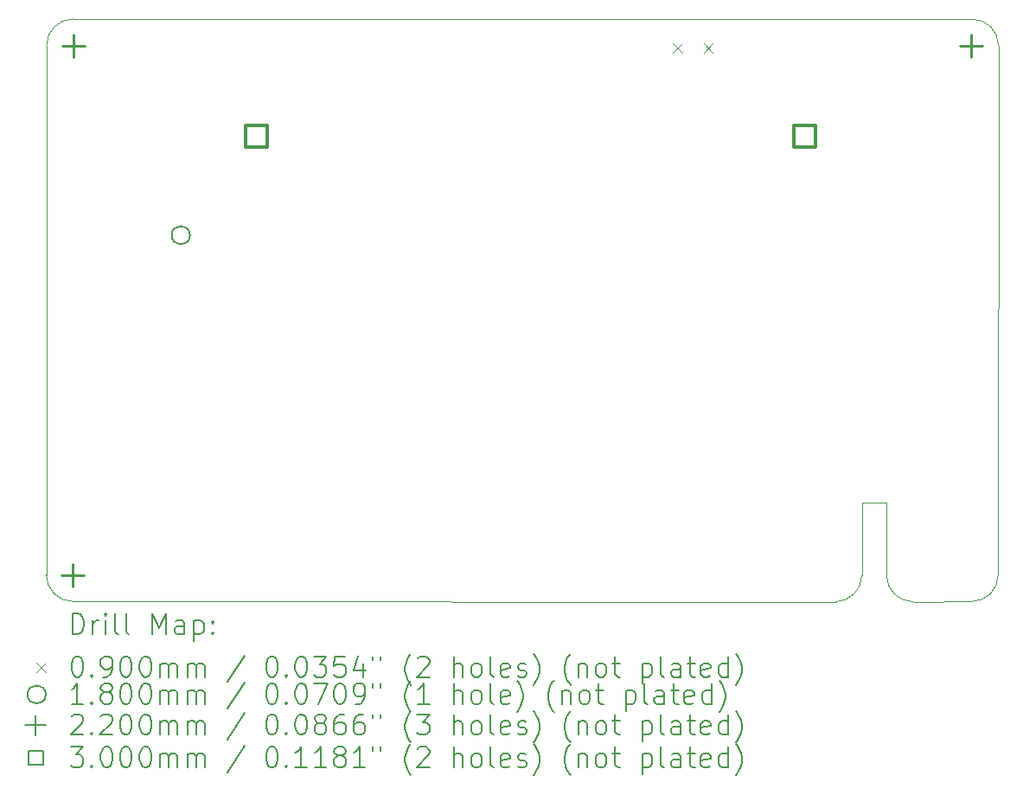
<source format=gbr>
%TF.GenerationSoftware,KiCad,Pcbnew,7.0.11-2.fc39*%
%TF.CreationDate,2024-05-02T20:43:35+03:00*%
%TF.ProjectId,mainboard_v1.1,6d61696e-626f-4617-9264-5f76312e312e,rev?*%
%TF.SameCoordinates,Original*%
%TF.FileFunction,Drillmap*%
%TF.FilePolarity,Positive*%
%FSLAX45Y45*%
G04 Gerber Fmt 4.5, Leading zero omitted, Abs format (unit mm)*
G04 Created by KiCad (PCBNEW 7.0.11-2.fc39) date 2024-05-02 20:43:35*
%MOMM*%
%LPD*%
G01*
G04 APERTURE LIST*
%ADD10C,0.100000*%
%ADD11C,0.200000*%
%ADD12C,0.180000*%
%ADD13C,0.220000*%
%ADD14C,0.300000*%
G04 APERTURE END LIST*
D10*
X20873000Y-8952000D02*
G75*
G03*
X21133000Y-9212000I260000J0D01*
G01*
X21969848Y-3769000D02*
X21967625Y-8950375D01*
X20633000Y-8239000D02*
X20873000Y-8239000D01*
X20633000Y-8952000D02*
X20633000Y-8239000D01*
X20873000Y-8239000D02*
X20873000Y-8952000D01*
X20373000Y-9212000D02*
X12907625Y-9210375D01*
X12909848Y-3509008D02*
G75*
G03*
X12649848Y-3769000I-8J-259992D01*
G01*
X12647625Y-8950375D02*
G75*
G03*
X12907625Y-9210375I259995J-5D01*
G01*
X12909848Y-3509000D02*
X21709848Y-3509000D01*
X21969850Y-3769000D02*
G75*
G03*
X21709848Y-3509000I-260000J0D01*
G01*
X21707625Y-9210375D02*
G75*
G03*
X21967625Y-8950375I5J259995D01*
G01*
X21133000Y-9212000D02*
X21707625Y-9210375D01*
X20373000Y-9212000D02*
G75*
G03*
X20633000Y-8952000I0J260000D01*
G01*
X12647625Y-8950375D02*
X12649848Y-3769000D01*
D11*
D10*
X18783000Y-3748000D02*
X18873000Y-3838000D01*
X18873000Y-3748000D02*
X18783000Y-3838000D01*
X19083000Y-3748000D02*
X19173000Y-3838000D01*
X19173000Y-3748000D02*
X19083000Y-3838000D01*
D12*
X14054625Y-5625375D02*
G75*
G03*
X13874625Y-5625375I-90000J0D01*
G01*
X13874625Y-5625375D02*
G75*
G03*
X14054625Y-5625375I90000J0D01*
G01*
D13*
X12907625Y-8841375D02*
X12907625Y-9061375D01*
X12797625Y-8951375D02*
X13017625Y-8951375D01*
X12914000Y-3659000D02*
X12914000Y-3879000D01*
X12804000Y-3769000D02*
X13024000Y-3769000D01*
X21704000Y-3659000D02*
X21704000Y-3879000D01*
X21594000Y-3769000D02*
X21814000Y-3769000D01*
D14*
X14810692Y-4761442D02*
X14810692Y-4549308D01*
X14598558Y-4549308D01*
X14598558Y-4761442D01*
X14810692Y-4761442D01*
X20180692Y-4761442D02*
X20180692Y-4549308D01*
X19968558Y-4549308D01*
X19968558Y-4761442D01*
X20180692Y-4761442D01*
D11*
X12903402Y-9528484D02*
X12903402Y-9328484D01*
X12903402Y-9328484D02*
X12951021Y-9328484D01*
X12951021Y-9328484D02*
X12979592Y-9338008D01*
X12979592Y-9338008D02*
X12998640Y-9357055D01*
X12998640Y-9357055D02*
X13008164Y-9376103D01*
X13008164Y-9376103D02*
X13017687Y-9414198D01*
X13017687Y-9414198D02*
X13017687Y-9442770D01*
X13017687Y-9442770D02*
X13008164Y-9480865D01*
X13008164Y-9480865D02*
X12998640Y-9499912D01*
X12998640Y-9499912D02*
X12979592Y-9518960D01*
X12979592Y-9518960D02*
X12951021Y-9528484D01*
X12951021Y-9528484D02*
X12903402Y-9528484D01*
X13103402Y-9528484D02*
X13103402Y-9395150D01*
X13103402Y-9433246D02*
X13112926Y-9414198D01*
X13112926Y-9414198D02*
X13122449Y-9404674D01*
X13122449Y-9404674D02*
X13141497Y-9395150D01*
X13141497Y-9395150D02*
X13160545Y-9395150D01*
X13227211Y-9528484D02*
X13227211Y-9395150D01*
X13227211Y-9328484D02*
X13217687Y-9338008D01*
X13217687Y-9338008D02*
X13227211Y-9347531D01*
X13227211Y-9347531D02*
X13236735Y-9338008D01*
X13236735Y-9338008D02*
X13227211Y-9328484D01*
X13227211Y-9328484D02*
X13227211Y-9347531D01*
X13351021Y-9528484D02*
X13331973Y-9518960D01*
X13331973Y-9518960D02*
X13322449Y-9499912D01*
X13322449Y-9499912D02*
X13322449Y-9328484D01*
X13455783Y-9528484D02*
X13436735Y-9518960D01*
X13436735Y-9518960D02*
X13427211Y-9499912D01*
X13427211Y-9499912D02*
X13427211Y-9328484D01*
X13684354Y-9528484D02*
X13684354Y-9328484D01*
X13684354Y-9328484D02*
X13751021Y-9471341D01*
X13751021Y-9471341D02*
X13817687Y-9328484D01*
X13817687Y-9328484D02*
X13817687Y-9528484D01*
X13998640Y-9528484D02*
X13998640Y-9423722D01*
X13998640Y-9423722D02*
X13989116Y-9404674D01*
X13989116Y-9404674D02*
X13970068Y-9395150D01*
X13970068Y-9395150D02*
X13931973Y-9395150D01*
X13931973Y-9395150D02*
X13912926Y-9404674D01*
X13998640Y-9518960D02*
X13979592Y-9528484D01*
X13979592Y-9528484D02*
X13931973Y-9528484D01*
X13931973Y-9528484D02*
X13912926Y-9518960D01*
X13912926Y-9518960D02*
X13903402Y-9499912D01*
X13903402Y-9499912D02*
X13903402Y-9480865D01*
X13903402Y-9480865D02*
X13912926Y-9461817D01*
X13912926Y-9461817D02*
X13931973Y-9452293D01*
X13931973Y-9452293D02*
X13979592Y-9452293D01*
X13979592Y-9452293D02*
X13998640Y-9442770D01*
X14093878Y-9395150D02*
X14093878Y-9595150D01*
X14093878Y-9404674D02*
X14112926Y-9395150D01*
X14112926Y-9395150D02*
X14151021Y-9395150D01*
X14151021Y-9395150D02*
X14170068Y-9404674D01*
X14170068Y-9404674D02*
X14179592Y-9414198D01*
X14179592Y-9414198D02*
X14189116Y-9433246D01*
X14189116Y-9433246D02*
X14189116Y-9490389D01*
X14189116Y-9490389D02*
X14179592Y-9509436D01*
X14179592Y-9509436D02*
X14170068Y-9518960D01*
X14170068Y-9518960D02*
X14151021Y-9528484D01*
X14151021Y-9528484D02*
X14112926Y-9528484D01*
X14112926Y-9528484D02*
X14093878Y-9518960D01*
X14274830Y-9509436D02*
X14284354Y-9518960D01*
X14284354Y-9518960D02*
X14274830Y-9528484D01*
X14274830Y-9528484D02*
X14265307Y-9518960D01*
X14265307Y-9518960D02*
X14274830Y-9509436D01*
X14274830Y-9509436D02*
X14274830Y-9528484D01*
X14274830Y-9404674D02*
X14284354Y-9414198D01*
X14284354Y-9414198D02*
X14274830Y-9423722D01*
X14274830Y-9423722D02*
X14265307Y-9414198D01*
X14265307Y-9414198D02*
X14274830Y-9404674D01*
X14274830Y-9404674D02*
X14274830Y-9423722D01*
D10*
X12552625Y-9812000D02*
X12642625Y-9902000D01*
X12642625Y-9812000D02*
X12552625Y-9902000D01*
D11*
X12941497Y-9748484D02*
X12960545Y-9748484D01*
X12960545Y-9748484D02*
X12979592Y-9758008D01*
X12979592Y-9758008D02*
X12989116Y-9767531D01*
X12989116Y-9767531D02*
X12998640Y-9786579D01*
X12998640Y-9786579D02*
X13008164Y-9824674D01*
X13008164Y-9824674D02*
X13008164Y-9872293D01*
X13008164Y-9872293D02*
X12998640Y-9910389D01*
X12998640Y-9910389D02*
X12989116Y-9929436D01*
X12989116Y-9929436D02*
X12979592Y-9938960D01*
X12979592Y-9938960D02*
X12960545Y-9948484D01*
X12960545Y-9948484D02*
X12941497Y-9948484D01*
X12941497Y-9948484D02*
X12922449Y-9938960D01*
X12922449Y-9938960D02*
X12912926Y-9929436D01*
X12912926Y-9929436D02*
X12903402Y-9910389D01*
X12903402Y-9910389D02*
X12893878Y-9872293D01*
X12893878Y-9872293D02*
X12893878Y-9824674D01*
X12893878Y-9824674D02*
X12903402Y-9786579D01*
X12903402Y-9786579D02*
X12912926Y-9767531D01*
X12912926Y-9767531D02*
X12922449Y-9758008D01*
X12922449Y-9758008D02*
X12941497Y-9748484D01*
X13093878Y-9929436D02*
X13103402Y-9938960D01*
X13103402Y-9938960D02*
X13093878Y-9948484D01*
X13093878Y-9948484D02*
X13084354Y-9938960D01*
X13084354Y-9938960D02*
X13093878Y-9929436D01*
X13093878Y-9929436D02*
X13093878Y-9948484D01*
X13198640Y-9948484D02*
X13236735Y-9948484D01*
X13236735Y-9948484D02*
X13255783Y-9938960D01*
X13255783Y-9938960D02*
X13265307Y-9929436D01*
X13265307Y-9929436D02*
X13284354Y-9900865D01*
X13284354Y-9900865D02*
X13293878Y-9862770D01*
X13293878Y-9862770D02*
X13293878Y-9786579D01*
X13293878Y-9786579D02*
X13284354Y-9767531D01*
X13284354Y-9767531D02*
X13274830Y-9758008D01*
X13274830Y-9758008D02*
X13255783Y-9748484D01*
X13255783Y-9748484D02*
X13217687Y-9748484D01*
X13217687Y-9748484D02*
X13198640Y-9758008D01*
X13198640Y-9758008D02*
X13189116Y-9767531D01*
X13189116Y-9767531D02*
X13179592Y-9786579D01*
X13179592Y-9786579D02*
X13179592Y-9834198D01*
X13179592Y-9834198D02*
X13189116Y-9853246D01*
X13189116Y-9853246D02*
X13198640Y-9862770D01*
X13198640Y-9862770D02*
X13217687Y-9872293D01*
X13217687Y-9872293D02*
X13255783Y-9872293D01*
X13255783Y-9872293D02*
X13274830Y-9862770D01*
X13274830Y-9862770D02*
X13284354Y-9853246D01*
X13284354Y-9853246D02*
X13293878Y-9834198D01*
X13417687Y-9748484D02*
X13436735Y-9748484D01*
X13436735Y-9748484D02*
X13455783Y-9758008D01*
X13455783Y-9758008D02*
X13465307Y-9767531D01*
X13465307Y-9767531D02*
X13474830Y-9786579D01*
X13474830Y-9786579D02*
X13484354Y-9824674D01*
X13484354Y-9824674D02*
X13484354Y-9872293D01*
X13484354Y-9872293D02*
X13474830Y-9910389D01*
X13474830Y-9910389D02*
X13465307Y-9929436D01*
X13465307Y-9929436D02*
X13455783Y-9938960D01*
X13455783Y-9938960D02*
X13436735Y-9948484D01*
X13436735Y-9948484D02*
X13417687Y-9948484D01*
X13417687Y-9948484D02*
X13398640Y-9938960D01*
X13398640Y-9938960D02*
X13389116Y-9929436D01*
X13389116Y-9929436D02*
X13379592Y-9910389D01*
X13379592Y-9910389D02*
X13370068Y-9872293D01*
X13370068Y-9872293D02*
X13370068Y-9824674D01*
X13370068Y-9824674D02*
X13379592Y-9786579D01*
X13379592Y-9786579D02*
X13389116Y-9767531D01*
X13389116Y-9767531D02*
X13398640Y-9758008D01*
X13398640Y-9758008D02*
X13417687Y-9748484D01*
X13608164Y-9748484D02*
X13627211Y-9748484D01*
X13627211Y-9748484D02*
X13646259Y-9758008D01*
X13646259Y-9758008D02*
X13655783Y-9767531D01*
X13655783Y-9767531D02*
X13665307Y-9786579D01*
X13665307Y-9786579D02*
X13674830Y-9824674D01*
X13674830Y-9824674D02*
X13674830Y-9872293D01*
X13674830Y-9872293D02*
X13665307Y-9910389D01*
X13665307Y-9910389D02*
X13655783Y-9929436D01*
X13655783Y-9929436D02*
X13646259Y-9938960D01*
X13646259Y-9938960D02*
X13627211Y-9948484D01*
X13627211Y-9948484D02*
X13608164Y-9948484D01*
X13608164Y-9948484D02*
X13589116Y-9938960D01*
X13589116Y-9938960D02*
X13579592Y-9929436D01*
X13579592Y-9929436D02*
X13570068Y-9910389D01*
X13570068Y-9910389D02*
X13560545Y-9872293D01*
X13560545Y-9872293D02*
X13560545Y-9824674D01*
X13560545Y-9824674D02*
X13570068Y-9786579D01*
X13570068Y-9786579D02*
X13579592Y-9767531D01*
X13579592Y-9767531D02*
X13589116Y-9758008D01*
X13589116Y-9758008D02*
X13608164Y-9748484D01*
X13760545Y-9948484D02*
X13760545Y-9815150D01*
X13760545Y-9834198D02*
X13770068Y-9824674D01*
X13770068Y-9824674D02*
X13789116Y-9815150D01*
X13789116Y-9815150D02*
X13817688Y-9815150D01*
X13817688Y-9815150D02*
X13836735Y-9824674D01*
X13836735Y-9824674D02*
X13846259Y-9843722D01*
X13846259Y-9843722D02*
X13846259Y-9948484D01*
X13846259Y-9843722D02*
X13855783Y-9824674D01*
X13855783Y-9824674D02*
X13874830Y-9815150D01*
X13874830Y-9815150D02*
X13903402Y-9815150D01*
X13903402Y-9815150D02*
X13922449Y-9824674D01*
X13922449Y-9824674D02*
X13931973Y-9843722D01*
X13931973Y-9843722D02*
X13931973Y-9948484D01*
X14027211Y-9948484D02*
X14027211Y-9815150D01*
X14027211Y-9834198D02*
X14036735Y-9824674D01*
X14036735Y-9824674D02*
X14055783Y-9815150D01*
X14055783Y-9815150D02*
X14084354Y-9815150D01*
X14084354Y-9815150D02*
X14103402Y-9824674D01*
X14103402Y-9824674D02*
X14112926Y-9843722D01*
X14112926Y-9843722D02*
X14112926Y-9948484D01*
X14112926Y-9843722D02*
X14122449Y-9824674D01*
X14122449Y-9824674D02*
X14141497Y-9815150D01*
X14141497Y-9815150D02*
X14170068Y-9815150D01*
X14170068Y-9815150D02*
X14189116Y-9824674D01*
X14189116Y-9824674D02*
X14198640Y-9843722D01*
X14198640Y-9843722D02*
X14198640Y-9948484D01*
X14589116Y-9738960D02*
X14417688Y-9996103D01*
X14846259Y-9748484D02*
X14865307Y-9748484D01*
X14865307Y-9748484D02*
X14884354Y-9758008D01*
X14884354Y-9758008D02*
X14893878Y-9767531D01*
X14893878Y-9767531D02*
X14903402Y-9786579D01*
X14903402Y-9786579D02*
X14912926Y-9824674D01*
X14912926Y-9824674D02*
X14912926Y-9872293D01*
X14912926Y-9872293D02*
X14903402Y-9910389D01*
X14903402Y-9910389D02*
X14893878Y-9929436D01*
X14893878Y-9929436D02*
X14884354Y-9938960D01*
X14884354Y-9938960D02*
X14865307Y-9948484D01*
X14865307Y-9948484D02*
X14846259Y-9948484D01*
X14846259Y-9948484D02*
X14827211Y-9938960D01*
X14827211Y-9938960D02*
X14817688Y-9929436D01*
X14817688Y-9929436D02*
X14808164Y-9910389D01*
X14808164Y-9910389D02*
X14798640Y-9872293D01*
X14798640Y-9872293D02*
X14798640Y-9824674D01*
X14798640Y-9824674D02*
X14808164Y-9786579D01*
X14808164Y-9786579D02*
X14817688Y-9767531D01*
X14817688Y-9767531D02*
X14827211Y-9758008D01*
X14827211Y-9758008D02*
X14846259Y-9748484D01*
X14998640Y-9929436D02*
X15008164Y-9938960D01*
X15008164Y-9938960D02*
X14998640Y-9948484D01*
X14998640Y-9948484D02*
X14989116Y-9938960D01*
X14989116Y-9938960D02*
X14998640Y-9929436D01*
X14998640Y-9929436D02*
X14998640Y-9948484D01*
X15131973Y-9748484D02*
X15151021Y-9748484D01*
X15151021Y-9748484D02*
X15170069Y-9758008D01*
X15170069Y-9758008D02*
X15179592Y-9767531D01*
X15179592Y-9767531D02*
X15189116Y-9786579D01*
X15189116Y-9786579D02*
X15198640Y-9824674D01*
X15198640Y-9824674D02*
X15198640Y-9872293D01*
X15198640Y-9872293D02*
X15189116Y-9910389D01*
X15189116Y-9910389D02*
X15179592Y-9929436D01*
X15179592Y-9929436D02*
X15170069Y-9938960D01*
X15170069Y-9938960D02*
X15151021Y-9948484D01*
X15151021Y-9948484D02*
X15131973Y-9948484D01*
X15131973Y-9948484D02*
X15112926Y-9938960D01*
X15112926Y-9938960D02*
X15103402Y-9929436D01*
X15103402Y-9929436D02*
X15093878Y-9910389D01*
X15093878Y-9910389D02*
X15084354Y-9872293D01*
X15084354Y-9872293D02*
X15084354Y-9824674D01*
X15084354Y-9824674D02*
X15093878Y-9786579D01*
X15093878Y-9786579D02*
X15103402Y-9767531D01*
X15103402Y-9767531D02*
X15112926Y-9758008D01*
X15112926Y-9758008D02*
X15131973Y-9748484D01*
X15265307Y-9748484D02*
X15389116Y-9748484D01*
X15389116Y-9748484D02*
X15322450Y-9824674D01*
X15322450Y-9824674D02*
X15351021Y-9824674D01*
X15351021Y-9824674D02*
X15370069Y-9834198D01*
X15370069Y-9834198D02*
X15379592Y-9843722D01*
X15379592Y-9843722D02*
X15389116Y-9862770D01*
X15389116Y-9862770D02*
X15389116Y-9910389D01*
X15389116Y-9910389D02*
X15379592Y-9929436D01*
X15379592Y-9929436D02*
X15370069Y-9938960D01*
X15370069Y-9938960D02*
X15351021Y-9948484D01*
X15351021Y-9948484D02*
X15293878Y-9948484D01*
X15293878Y-9948484D02*
X15274831Y-9938960D01*
X15274831Y-9938960D02*
X15265307Y-9929436D01*
X15570069Y-9748484D02*
X15474831Y-9748484D01*
X15474831Y-9748484D02*
X15465307Y-9843722D01*
X15465307Y-9843722D02*
X15474831Y-9834198D01*
X15474831Y-9834198D02*
X15493878Y-9824674D01*
X15493878Y-9824674D02*
X15541497Y-9824674D01*
X15541497Y-9824674D02*
X15560545Y-9834198D01*
X15560545Y-9834198D02*
X15570069Y-9843722D01*
X15570069Y-9843722D02*
X15579592Y-9862770D01*
X15579592Y-9862770D02*
X15579592Y-9910389D01*
X15579592Y-9910389D02*
X15570069Y-9929436D01*
X15570069Y-9929436D02*
X15560545Y-9938960D01*
X15560545Y-9938960D02*
X15541497Y-9948484D01*
X15541497Y-9948484D02*
X15493878Y-9948484D01*
X15493878Y-9948484D02*
X15474831Y-9938960D01*
X15474831Y-9938960D02*
X15465307Y-9929436D01*
X15751021Y-9815150D02*
X15751021Y-9948484D01*
X15703402Y-9738960D02*
X15655783Y-9881817D01*
X15655783Y-9881817D02*
X15779592Y-9881817D01*
X15846259Y-9748484D02*
X15846259Y-9786579D01*
X15922450Y-9748484D02*
X15922450Y-9786579D01*
X16217688Y-10024674D02*
X16208164Y-10015150D01*
X16208164Y-10015150D02*
X16189116Y-9986579D01*
X16189116Y-9986579D02*
X16179593Y-9967531D01*
X16179593Y-9967531D02*
X16170069Y-9938960D01*
X16170069Y-9938960D02*
X16160545Y-9891341D01*
X16160545Y-9891341D02*
X16160545Y-9853246D01*
X16160545Y-9853246D02*
X16170069Y-9805627D01*
X16170069Y-9805627D02*
X16179593Y-9777055D01*
X16179593Y-9777055D02*
X16189116Y-9758008D01*
X16189116Y-9758008D02*
X16208164Y-9729436D01*
X16208164Y-9729436D02*
X16217688Y-9719912D01*
X16284354Y-9767531D02*
X16293878Y-9758008D01*
X16293878Y-9758008D02*
X16312926Y-9748484D01*
X16312926Y-9748484D02*
X16360545Y-9748484D01*
X16360545Y-9748484D02*
X16379593Y-9758008D01*
X16379593Y-9758008D02*
X16389116Y-9767531D01*
X16389116Y-9767531D02*
X16398640Y-9786579D01*
X16398640Y-9786579D02*
X16398640Y-9805627D01*
X16398640Y-9805627D02*
X16389116Y-9834198D01*
X16389116Y-9834198D02*
X16274831Y-9948484D01*
X16274831Y-9948484D02*
X16398640Y-9948484D01*
X16636735Y-9948484D02*
X16636735Y-9748484D01*
X16722450Y-9948484D02*
X16722450Y-9843722D01*
X16722450Y-9843722D02*
X16712926Y-9824674D01*
X16712926Y-9824674D02*
X16693878Y-9815150D01*
X16693878Y-9815150D02*
X16665307Y-9815150D01*
X16665307Y-9815150D02*
X16646259Y-9824674D01*
X16646259Y-9824674D02*
X16636735Y-9834198D01*
X16846259Y-9948484D02*
X16827212Y-9938960D01*
X16827212Y-9938960D02*
X16817688Y-9929436D01*
X16817688Y-9929436D02*
X16808164Y-9910389D01*
X16808164Y-9910389D02*
X16808164Y-9853246D01*
X16808164Y-9853246D02*
X16817688Y-9834198D01*
X16817688Y-9834198D02*
X16827212Y-9824674D01*
X16827212Y-9824674D02*
X16846259Y-9815150D01*
X16846259Y-9815150D02*
X16874831Y-9815150D01*
X16874831Y-9815150D02*
X16893878Y-9824674D01*
X16893878Y-9824674D02*
X16903402Y-9834198D01*
X16903402Y-9834198D02*
X16912926Y-9853246D01*
X16912926Y-9853246D02*
X16912926Y-9910389D01*
X16912926Y-9910389D02*
X16903402Y-9929436D01*
X16903402Y-9929436D02*
X16893878Y-9938960D01*
X16893878Y-9938960D02*
X16874831Y-9948484D01*
X16874831Y-9948484D02*
X16846259Y-9948484D01*
X17027212Y-9948484D02*
X17008164Y-9938960D01*
X17008164Y-9938960D02*
X16998640Y-9919912D01*
X16998640Y-9919912D02*
X16998640Y-9748484D01*
X17179593Y-9938960D02*
X17160545Y-9948484D01*
X17160545Y-9948484D02*
X17122450Y-9948484D01*
X17122450Y-9948484D02*
X17103402Y-9938960D01*
X17103402Y-9938960D02*
X17093878Y-9919912D01*
X17093878Y-9919912D02*
X17093878Y-9843722D01*
X17093878Y-9843722D02*
X17103402Y-9824674D01*
X17103402Y-9824674D02*
X17122450Y-9815150D01*
X17122450Y-9815150D02*
X17160545Y-9815150D01*
X17160545Y-9815150D02*
X17179593Y-9824674D01*
X17179593Y-9824674D02*
X17189117Y-9843722D01*
X17189117Y-9843722D02*
X17189117Y-9862770D01*
X17189117Y-9862770D02*
X17093878Y-9881817D01*
X17265307Y-9938960D02*
X17284355Y-9948484D01*
X17284355Y-9948484D02*
X17322450Y-9948484D01*
X17322450Y-9948484D02*
X17341498Y-9938960D01*
X17341498Y-9938960D02*
X17351021Y-9919912D01*
X17351021Y-9919912D02*
X17351021Y-9910389D01*
X17351021Y-9910389D02*
X17341498Y-9891341D01*
X17341498Y-9891341D02*
X17322450Y-9881817D01*
X17322450Y-9881817D02*
X17293878Y-9881817D01*
X17293878Y-9881817D02*
X17274831Y-9872293D01*
X17274831Y-9872293D02*
X17265307Y-9853246D01*
X17265307Y-9853246D02*
X17265307Y-9843722D01*
X17265307Y-9843722D02*
X17274831Y-9824674D01*
X17274831Y-9824674D02*
X17293878Y-9815150D01*
X17293878Y-9815150D02*
X17322450Y-9815150D01*
X17322450Y-9815150D02*
X17341498Y-9824674D01*
X17417688Y-10024674D02*
X17427212Y-10015150D01*
X17427212Y-10015150D02*
X17446259Y-9986579D01*
X17446259Y-9986579D02*
X17455783Y-9967531D01*
X17455783Y-9967531D02*
X17465307Y-9938960D01*
X17465307Y-9938960D02*
X17474831Y-9891341D01*
X17474831Y-9891341D02*
X17474831Y-9853246D01*
X17474831Y-9853246D02*
X17465307Y-9805627D01*
X17465307Y-9805627D02*
X17455783Y-9777055D01*
X17455783Y-9777055D02*
X17446259Y-9758008D01*
X17446259Y-9758008D02*
X17427212Y-9729436D01*
X17427212Y-9729436D02*
X17417688Y-9719912D01*
X17779593Y-10024674D02*
X17770069Y-10015150D01*
X17770069Y-10015150D02*
X17751021Y-9986579D01*
X17751021Y-9986579D02*
X17741498Y-9967531D01*
X17741498Y-9967531D02*
X17731974Y-9938960D01*
X17731974Y-9938960D02*
X17722450Y-9891341D01*
X17722450Y-9891341D02*
X17722450Y-9853246D01*
X17722450Y-9853246D02*
X17731974Y-9805627D01*
X17731974Y-9805627D02*
X17741498Y-9777055D01*
X17741498Y-9777055D02*
X17751021Y-9758008D01*
X17751021Y-9758008D02*
X17770069Y-9729436D01*
X17770069Y-9729436D02*
X17779593Y-9719912D01*
X17855783Y-9815150D02*
X17855783Y-9948484D01*
X17855783Y-9834198D02*
X17865307Y-9824674D01*
X17865307Y-9824674D02*
X17884355Y-9815150D01*
X17884355Y-9815150D02*
X17912926Y-9815150D01*
X17912926Y-9815150D02*
X17931974Y-9824674D01*
X17931974Y-9824674D02*
X17941498Y-9843722D01*
X17941498Y-9843722D02*
X17941498Y-9948484D01*
X18065307Y-9948484D02*
X18046259Y-9938960D01*
X18046259Y-9938960D02*
X18036736Y-9929436D01*
X18036736Y-9929436D02*
X18027212Y-9910389D01*
X18027212Y-9910389D02*
X18027212Y-9853246D01*
X18027212Y-9853246D02*
X18036736Y-9834198D01*
X18036736Y-9834198D02*
X18046259Y-9824674D01*
X18046259Y-9824674D02*
X18065307Y-9815150D01*
X18065307Y-9815150D02*
X18093879Y-9815150D01*
X18093879Y-9815150D02*
X18112926Y-9824674D01*
X18112926Y-9824674D02*
X18122450Y-9834198D01*
X18122450Y-9834198D02*
X18131974Y-9853246D01*
X18131974Y-9853246D02*
X18131974Y-9910389D01*
X18131974Y-9910389D02*
X18122450Y-9929436D01*
X18122450Y-9929436D02*
X18112926Y-9938960D01*
X18112926Y-9938960D02*
X18093879Y-9948484D01*
X18093879Y-9948484D02*
X18065307Y-9948484D01*
X18189117Y-9815150D02*
X18265307Y-9815150D01*
X18217688Y-9748484D02*
X18217688Y-9919912D01*
X18217688Y-9919912D02*
X18227212Y-9938960D01*
X18227212Y-9938960D02*
X18246259Y-9948484D01*
X18246259Y-9948484D02*
X18265307Y-9948484D01*
X18484355Y-9815150D02*
X18484355Y-10015150D01*
X18484355Y-9824674D02*
X18503402Y-9815150D01*
X18503402Y-9815150D02*
X18541498Y-9815150D01*
X18541498Y-9815150D02*
X18560545Y-9824674D01*
X18560545Y-9824674D02*
X18570069Y-9834198D01*
X18570069Y-9834198D02*
X18579593Y-9853246D01*
X18579593Y-9853246D02*
X18579593Y-9910389D01*
X18579593Y-9910389D02*
X18570069Y-9929436D01*
X18570069Y-9929436D02*
X18560545Y-9938960D01*
X18560545Y-9938960D02*
X18541498Y-9948484D01*
X18541498Y-9948484D02*
X18503402Y-9948484D01*
X18503402Y-9948484D02*
X18484355Y-9938960D01*
X18693879Y-9948484D02*
X18674831Y-9938960D01*
X18674831Y-9938960D02*
X18665307Y-9919912D01*
X18665307Y-9919912D02*
X18665307Y-9748484D01*
X18855783Y-9948484D02*
X18855783Y-9843722D01*
X18855783Y-9843722D02*
X18846260Y-9824674D01*
X18846260Y-9824674D02*
X18827212Y-9815150D01*
X18827212Y-9815150D02*
X18789117Y-9815150D01*
X18789117Y-9815150D02*
X18770069Y-9824674D01*
X18855783Y-9938960D02*
X18836736Y-9948484D01*
X18836736Y-9948484D02*
X18789117Y-9948484D01*
X18789117Y-9948484D02*
X18770069Y-9938960D01*
X18770069Y-9938960D02*
X18760545Y-9919912D01*
X18760545Y-9919912D02*
X18760545Y-9900865D01*
X18760545Y-9900865D02*
X18770069Y-9881817D01*
X18770069Y-9881817D02*
X18789117Y-9872293D01*
X18789117Y-9872293D02*
X18836736Y-9872293D01*
X18836736Y-9872293D02*
X18855783Y-9862770D01*
X18922450Y-9815150D02*
X18998640Y-9815150D01*
X18951021Y-9748484D02*
X18951021Y-9919912D01*
X18951021Y-9919912D02*
X18960545Y-9938960D01*
X18960545Y-9938960D02*
X18979593Y-9948484D01*
X18979593Y-9948484D02*
X18998640Y-9948484D01*
X19141498Y-9938960D02*
X19122450Y-9948484D01*
X19122450Y-9948484D02*
X19084355Y-9948484D01*
X19084355Y-9948484D02*
X19065307Y-9938960D01*
X19065307Y-9938960D02*
X19055783Y-9919912D01*
X19055783Y-9919912D02*
X19055783Y-9843722D01*
X19055783Y-9843722D02*
X19065307Y-9824674D01*
X19065307Y-9824674D02*
X19084355Y-9815150D01*
X19084355Y-9815150D02*
X19122450Y-9815150D01*
X19122450Y-9815150D02*
X19141498Y-9824674D01*
X19141498Y-9824674D02*
X19151021Y-9843722D01*
X19151021Y-9843722D02*
X19151021Y-9862770D01*
X19151021Y-9862770D02*
X19055783Y-9881817D01*
X19322450Y-9948484D02*
X19322450Y-9748484D01*
X19322450Y-9938960D02*
X19303402Y-9948484D01*
X19303402Y-9948484D02*
X19265307Y-9948484D01*
X19265307Y-9948484D02*
X19246260Y-9938960D01*
X19246260Y-9938960D02*
X19236736Y-9929436D01*
X19236736Y-9929436D02*
X19227212Y-9910389D01*
X19227212Y-9910389D02*
X19227212Y-9853246D01*
X19227212Y-9853246D02*
X19236736Y-9834198D01*
X19236736Y-9834198D02*
X19246260Y-9824674D01*
X19246260Y-9824674D02*
X19265307Y-9815150D01*
X19265307Y-9815150D02*
X19303402Y-9815150D01*
X19303402Y-9815150D02*
X19322450Y-9824674D01*
X19398641Y-10024674D02*
X19408164Y-10015150D01*
X19408164Y-10015150D02*
X19427212Y-9986579D01*
X19427212Y-9986579D02*
X19436736Y-9967531D01*
X19436736Y-9967531D02*
X19446260Y-9938960D01*
X19446260Y-9938960D02*
X19455783Y-9891341D01*
X19455783Y-9891341D02*
X19455783Y-9853246D01*
X19455783Y-9853246D02*
X19446260Y-9805627D01*
X19446260Y-9805627D02*
X19436736Y-9777055D01*
X19436736Y-9777055D02*
X19427212Y-9758008D01*
X19427212Y-9758008D02*
X19408164Y-9729436D01*
X19408164Y-9729436D02*
X19398641Y-9719912D01*
D12*
X12642625Y-10121000D02*
G75*
G03*
X12462625Y-10121000I-90000J0D01*
G01*
X12462625Y-10121000D02*
G75*
G03*
X12642625Y-10121000I90000J0D01*
G01*
D11*
X13008164Y-10212484D02*
X12893878Y-10212484D01*
X12951021Y-10212484D02*
X12951021Y-10012484D01*
X12951021Y-10012484D02*
X12931973Y-10041055D01*
X12931973Y-10041055D02*
X12912926Y-10060103D01*
X12912926Y-10060103D02*
X12893878Y-10069627D01*
X13093878Y-10193436D02*
X13103402Y-10202960D01*
X13103402Y-10202960D02*
X13093878Y-10212484D01*
X13093878Y-10212484D02*
X13084354Y-10202960D01*
X13084354Y-10202960D02*
X13093878Y-10193436D01*
X13093878Y-10193436D02*
X13093878Y-10212484D01*
X13217687Y-10098198D02*
X13198640Y-10088674D01*
X13198640Y-10088674D02*
X13189116Y-10079150D01*
X13189116Y-10079150D02*
X13179592Y-10060103D01*
X13179592Y-10060103D02*
X13179592Y-10050579D01*
X13179592Y-10050579D02*
X13189116Y-10031531D01*
X13189116Y-10031531D02*
X13198640Y-10022008D01*
X13198640Y-10022008D02*
X13217687Y-10012484D01*
X13217687Y-10012484D02*
X13255783Y-10012484D01*
X13255783Y-10012484D02*
X13274830Y-10022008D01*
X13274830Y-10022008D02*
X13284354Y-10031531D01*
X13284354Y-10031531D02*
X13293878Y-10050579D01*
X13293878Y-10050579D02*
X13293878Y-10060103D01*
X13293878Y-10060103D02*
X13284354Y-10079150D01*
X13284354Y-10079150D02*
X13274830Y-10088674D01*
X13274830Y-10088674D02*
X13255783Y-10098198D01*
X13255783Y-10098198D02*
X13217687Y-10098198D01*
X13217687Y-10098198D02*
X13198640Y-10107722D01*
X13198640Y-10107722D02*
X13189116Y-10117246D01*
X13189116Y-10117246D02*
X13179592Y-10136293D01*
X13179592Y-10136293D02*
X13179592Y-10174389D01*
X13179592Y-10174389D02*
X13189116Y-10193436D01*
X13189116Y-10193436D02*
X13198640Y-10202960D01*
X13198640Y-10202960D02*
X13217687Y-10212484D01*
X13217687Y-10212484D02*
X13255783Y-10212484D01*
X13255783Y-10212484D02*
X13274830Y-10202960D01*
X13274830Y-10202960D02*
X13284354Y-10193436D01*
X13284354Y-10193436D02*
X13293878Y-10174389D01*
X13293878Y-10174389D02*
X13293878Y-10136293D01*
X13293878Y-10136293D02*
X13284354Y-10117246D01*
X13284354Y-10117246D02*
X13274830Y-10107722D01*
X13274830Y-10107722D02*
X13255783Y-10098198D01*
X13417687Y-10012484D02*
X13436735Y-10012484D01*
X13436735Y-10012484D02*
X13455783Y-10022008D01*
X13455783Y-10022008D02*
X13465307Y-10031531D01*
X13465307Y-10031531D02*
X13474830Y-10050579D01*
X13474830Y-10050579D02*
X13484354Y-10088674D01*
X13484354Y-10088674D02*
X13484354Y-10136293D01*
X13484354Y-10136293D02*
X13474830Y-10174389D01*
X13474830Y-10174389D02*
X13465307Y-10193436D01*
X13465307Y-10193436D02*
X13455783Y-10202960D01*
X13455783Y-10202960D02*
X13436735Y-10212484D01*
X13436735Y-10212484D02*
X13417687Y-10212484D01*
X13417687Y-10212484D02*
X13398640Y-10202960D01*
X13398640Y-10202960D02*
X13389116Y-10193436D01*
X13389116Y-10193436D02*
X13379592Y-10174389D01*
X13379592Y-10174389D02*
X13370068Y-10136293D01*
X13370068Y-10136293D02*
X13370068Y-10088674D01*
X13370068Y-10088674D02*
X13379592Y-10050579D01*
X13379592Y-10050579D02*
X13389116Y-10031531D01*
X13389116Y-10031531D02*
X13398640Y-10022008D01*
X13398640Y-10022008D02*
X13417687Y-10012484D01*
X13608164Y-10012484D02*
X13627211Y-10012484D01*
X13627211Y-10012484D02*
X13646259Y-10022008D01*
X13646259Y-10022008D02*
X13655783Y-10031531D01*
X13655783Y-10031531D02*
X13665307Y-10050579D01*
X13665307Y-10050579D02*
X13674830Y-10088674D01*
X13674830Y-10088674D02*
X13674830Y-10136293D01*
X13674830Y-10136293D02*
X13665307Y-10174389D01*
X13665307Y-10174389D02*
X13655783Y-10193436D01*
X13655783Y-10193436D02*
X13646259Y-10202960D01*
X13646259Y-10202960D02*
X13627211Y-10212484D01*
X13627211Y-10212484D02*
X13608164Y-10212484D01*
X13608164Y-10212484D02*
X13589116Y-10202960D01*
X13589116Y-10202960D02*
X13579592Y-10193436D01*
X13579592Y-10193436D02*
X13570068Y-10174389D01*
X13570068Y-10174389D02*
X13560545Y-10136293D01*
X13560545Y-10136293D02*
X13560545Y-10088674D01*
X13560545Y-10088674D02*
X13570068Y-10050579D01*
X13570068Y-10050579D02*
X13579592Y-10031531D01*
X13579592Y-10031531D02*
X13589116Y-10022008D01*
X13589116Y-10022008D02*
X13608164Y-10012484D01*
X13760545Y-10212484D02*
X13760545Y-10079150D01*
X13760545Y-10098198D02*
X13770068Y-10088674D01*
X13770068Y-10088674D02*
X13789116Y-10079150D01*
X13789116Y-10079150D02*
X13817688Y-10079150D01*
X13817688Y-10079150D02*
X13836735Y-10088674D01*
X13836735Y-10088674D02*
X13846259Y-10107722D01*
X13846259Y-10107722D02*
X13846259Y-10212484D01*
X13846259Y-10107722D02*
X13855783Y-10088674D01*
X13855783Y-10088674D02*
X13874830Y-10079150D01*
X13874830Y-10079150D02*
X13903402Y-10079150D01*
X13903402Y-10079150D02*
X13922449Y-10088674D01*
X13922449Y-10088674D02*
X13931973Y-10107722D01*
X13931973Y-10107722D02*
X13931973Y-10212484D01*
X14027211Y-10212484D02*
X14027211Y-10079150D01*
X14027211Y-10098198D02*
X14036735Y-10088674D01*
X14036735Y-10088674D02*
X14055783Y-10079150D01*
X14055783Y-10079150D02*
X14084354Y-10079150D01*
X14084354Y-10079150D02*
X14103402Y-10088674D01*
X14103402Y-10088674D02*
X14112926Y-10107722D01*
X14112926Y-10107722D02*
X14112926Y-10212484D01*
X14112926Y-10107722D02*
X14122449Y-10088674D01*
X14122449Y-10088674D02*
X14141497Y-10079150D01*
X14141497Y-10079150D02*
X14170068Y-10079150D01*
X14170068Y-10079150D02*
X14189116Y-10088674D01*
X14189116Y-10088674D02*
X14198640Y-10107722D01*
X14198640Y-10107722D02*
X14198640Y-10212484D01*
X14589116Y-10002960D02*
X14417688Y-10260103D01*
X14846259Y-10012484D02*
X14865307Y-10012484D01*
X14865307Y-10012484D02*
X14884354Y-10022008D01*
X14884354Y-10022008D02*
X14893878Y-10031531D01*
X14893878Y-10031531D02*
X14903402Y-10050579D01*
X14903402Y-10050579D02*
X14912926Y-10088674D01*
X14912926Y-10088674D02*
X14912926Y-10136293D01*
X14912926Y-10136293D02*
X14903402Y-10174389D01*
X14903402Y-10174389D02*
X14893878Y-10193436D01*
X14893878Y-10193436D02*
X14884354Y-10202960D01*
X14884354Y-10202960D02*
X14865307Y-10212484D01*
X14865307Y-10212484D02*
X14846259Y-10212484D01*
X14846259Y-10212484D02*
X14827211Y-10202960D01*
X14827211Y-10202960D02*
X14817688Y-10193436D01*
X14817688Y-10193436D02*
X14808164Y-10174389D01*
X14808164Y-10174389D02*
X14798640Y-10136293D01*
X14798640Y-10136293D02*
X14798640Y-10088674D01*
X14798640Y-10088674D02*
X14808164Y-10050579D01*
X14808164Y-10050579D02*
X14817688Y-10031531D01*
X14817688Y-10031531D02*
X14827211Y-10022008D01*
X14827211Y-10022008D02*
X14846259Y-10012484D01*
X14998640Y-10193436D02*
X15008164Y-10202960D01*
X15008164Y-10202960D02*
X14998640Y-10212484D01*
X14998640Y-10212484D02*
X14989116Y-10202960D01*
X14989116Y-10202960D02*
X14998640Y-10193436D01*
X14998640Y-10193436D02*
X14998640Y-10212484D01*
X15131973Y-10012484D02*
X15151021Y-10012484D01*
X15151021Y-10012484D02*
X15170069Y-10022008D01*
X15170069Y-10022008D02*
X15179592Y-10031531D01*
X15179592Y-10031531D02*
X15189116Y-10050579D01*
X15189116Y-10050579D02*
X15198640Y-10088674D01*
X15198640Y-10088674D02*
X15198640Y-10136293D01*
X15198640Y-10136293D02*
X15189116Y-10174389D01*
X15189116Y-10174389D02*
X15179592Y-10193436D01*
X15179592Y-10193436D02*
X15170069Y-10202960D01*
X15170069Y-10202960D02*
X15151021Y-10212484D01*
X15151021Y-10212484D02*
X15131973Y-10212484D01*
X15131973Y-10212484D02*
X15112926Y-10202960D01*
X15112926Y-10202960D02*
X15103402Y-10193436D01*
X15103402Y-10193436D02*
X15093878Y-10174389D01*
X15093878Y-10174389D02*
X15084354Y-10136293D01*
X15084354Y-10136293D02*
X15084354Y-10088674D01*
X15084354Y-10088674D02*
X15093878Y-10050579D01*
X15093878Y-10050579D02*
X15103402Y-10031531D01*
X15103402Y-10031531D02*
X15112926Y-10022008D01*
X15112926Y-10022008D02*
X15131973Y-10012484D01*
X15265307Y-10012484D02*
X15398640Y-10012484D01*
X15398640Y-10012484D02*
X15312926Y-10212484D01*
X15512926Y-10012484D02*
X15531973Y-10012484D01*
X15531973Y-10012484D02*
X15551021Y-10022008D01*
X15551021Y-10022008D02*
X15560545Y-10031531D01*
X15560545Y-10031531D02*
X15570069Y-10050579D01*
X15570069Y-10050579D02*
X15579592Y-10088674D01*
X15579592Y-10088674D02*
X15579592Y-10136293D01*
X15579592Y-10136293D02*
X15570069Y-10174389D01*
X15570069Y-10174389D02*
X15560545Y-10193436D01*
X15560545Y-10193436D02*
X15551021Y-10202960D01*
X15551021Y-10202960D02*
X15531973Y-10212484D01*
X15531973Y-10212484D02*
X15512926Y-10212484D01*
X15512926Y-10212484D02*
X15493878Y-10202960D01*
X15493878Y-10202960D02*
X15484354Y-10193436D01*
X15484354Y-10193436D02*
X15474831Y-10174389D01*
X15474831Y-10174389D02*
X15465307Y-10136293D01*
X15465307Y-10136293D02*
X15465307Y-10088674D01*
X15465307Y-10088674D02*
X15474831Y-10050579D01*
X15474831Y-10050579D02*
X15484354Y-10031531D01*
X15484354Y-10031531D02*
X15493878Y-10022008D01*
X15493878Y-10022008D02*
X15512926Y-10012484D01*
X15674831Y-10212484D02*
X15712926Y-10212484D01*
X15712926Y-10212484D02*
X15731973Y-10202960D01*
X15731973Y-10202960D02*
X15741497Y-10193436D01*
X15741497Y-10193436D02*
X15760545Y-10164865D01*
X15760545Y-10164865D02*
X15770069Y-10126770D01*
X15770069Y-10126770D02*
X15770069Y-10050579D01*
X15770069Y-10050579D02*
X15760545Y-10031531D01*
X15760545Y-10031531D02*
X15751021Y-10022008D01*
X15751021Y-10022008D02*
X15731973Y-10012484D01*
X15731973Y-10012484D02*
X15693878Y-10012484D01*
X15693878Y-10012484D02*
X15674831Y-10022008D01*
X15674831Y-10022008D02*
X15665307Y-10031531D01*
X15665307Y-10031531D02*
X15655783Y-10050579D01*
X15655783Y-10050579D02*
X15655783Y-10098198D01*
X15655783Y-10098198D02*
X15665307Y-10117246D01*
X15665307Y-10117246D02*
X15674831Y-10126770D01*
X15674831Y-10126770D02*
X15693878Y-10136293D01*
X15693878Y-10136293D02*
X15731973Y-10136293D01*
X15731973Y-10136293D02*
X15751021Y-10126770D01*
X15751021Y-10126770D02*
X15760545Y-10117246D01*
X15760545Y-10117246D02*
X15770069Y-10098198D01*
X15846259Y-10012484D02*
X15846259Y-10050579D01*
X15922450Y-10012484D02*
X15922450Y-10050579D01*
X16217688Y-10288674D02*
X16208164Y-10279150D01*
X16208164Y-10279150D02*
X16189116Y-10250579D01*
X16189116Y-10250579D02*
X16179593Y-10231531D01*
X16179593Y-10231531D02*
X16170069Y-10202960D01*
X16170069Y-10202960D02*
X16160545Y-10155341D01*
X16160545Y-10155341D02*
X16160545Y-10117246D01*
X16160545Y-10117246D02*
X16170069Y-10069627D01*
X16170069Y-10069627D02*
X16179593Y-10041055D01*
X16179593Y-10041055D02*
X16189116Y-10022008D01*
X16189116Y-10022008D02*
X16208164Y-9993436D01*
X16208164Y-9993436D02*
X16217688Y-9983912D01*
X16398640Y-10212484D02*
X16284354Y-10212484D01*
X16341497Y-10212484D02*
X16341497Y-10012484D01*
X16341497Y-10012484D02*
X16322450Y-10041055D01*
X16322450Y-10041055D02*
X16303402Y-10060103D01*
X16303402Y-10060103D02*
X16284354Y-10069627D01*
X16636735Y-10212484D02*
X16636735Y-10012484D01*
X16722450Y-10212484D02*
X16722450Y-10107722D01*
X16722450Y-10107722D02*
X16712926Y-10088674D01*
X16712926Y-10088674D02*
X16693878Y-10079150D01*
X16693878Y-10079150D02*
X16665307Y-10079150D01*
X16665307Y-10079150D02*
X16646259Y-10088674D01*
X16646259Y-10088674D02*
X16636735Y-10098198D01*
X16846259Y-10212484D02*
X16827212Y-10202960D01*
X16827212Y-10202960D02*
X16817688Y-10193436D01*
X16817688Y-10193436D02*
X16808164Y-10174389D01*
X16808164Y-10174389D02*
X16808164Y-10117246D01*
X16808164Y-10117246D02*
X16817688Y-10098198D01*
X16817688Y-10098198D02*
X16827212Y-10088674D01*
X16827212Y-10088674D02*
X16846259Y-10079150D01*
X16846259Y-10079150D02*
X16874831Y-10079150D01*
X16874831Y-10079150D02*
X16893878Y-10088674D01*
X16893878Y-10088674D02*
X16903402Y-10098198D01*
X16903402Y-10098198D02*
X16912926Y-10117246D01*
X16912926Y-10117246D02*
X16912926Y-10174389D01*
X16912926Y-10174389D02*
X16903402Y-10193436D01*
X16903402Y-10193436D02*
X16893878Y-10202960D01*
X16893878Y-10202960D02*
X16874831Y-10212484D01*
X16874831Y-10212484D02*
X16846259Y-10212484D01*
X17027212Y-10212484D02*
X17008164Y-10202960D01*
X17008164Y-10202960D02*
X16998640Y-10183912D01*
X16998640Y-10183912D02*
X16998640Y-10012484D01*
X17179593Y-10202960D02*
X17160545Y-10212484D01*
X17160545Y-10212484D02*
X17122450Y-10212484D01*
X17122450Y-10212484D02*
X17103402Y-10202960D01*
X17103402Y-10202960D02*
X17093878Y-10183912D01*
X17093878Y-10183912D02*
X17093878Y-10107722D01*
X17093878Y-10107722D02*
X17103402Y-10088674D01*
X17103402Y-10088674D02*
X17122450Y-10079150D01*
X17122450Y-10079150D02*
X17160545Y-10079150D01*
X17160545Y-10079150D02*
X17179593Y-10088674D01*
X17179593Y-10088674D02*
X17189117Y-10107722D01*
X17189117Y-10107722D02*
X17189117Y-10126770D01*
X17189117Y-10126770D02*
X17093878Y-10145817D01*
X17255783Y-10288674D02*
X17265307Y-10279150D01*
X17265307Y-10279150D02*
X17284355Y-10250579D01*
X17284355Y-10250579D02*
X17293878Y-10231531D01*
X17293878Y-10231531D02*
X17303402Y-10202960D01*
X17303402Y-10202960D02*
X17312926Y-10155341D01*
X17312926Y-10155341D02*
X17312926Y-10117246D01*
X17312926Y-10117246D02*
X17303402Y-10069627D01*
X17303402Y-10069627D02*
X17293878Y-10041055D01*
X17293878Y-10041055D02*
X17284355Y-10022008D01*
X17284355Y-10022008D02*
X17265307Y-9993436D01*
X17265307Y-9993436D02*
X17255783Y-9983912D01*
X17617688Y-10288674D02*
X17608164Y-10279150D01*
X17608164Y-10279150D02*
X17589117Y-10250579D01*
X17589117Y-10250579D02*
X17579593Y-10231531D01*
X17579593Y-10231531D02*
X17570069Y-10202960D01*
X17570069Y-10202960D02*
X17560545Y-10155341D01*
X17560545Y-10155341D02*
X17560545Y-10117246D01*
X17560545Y-10117246D02*
X17570069Y-10069627D01*
X17570069Y-10069627D02*
X17579593Y-10041055D01*
X17579593Y-10041055D02*
X17589117Y-10022008D01*
X17589117Y-10022008D02*
X17608164Y-9993436D01*
X17608164Y-9993436D02*
X17617688Y-9983912D01*
X17693878Y-10079150D02*
X17693878Y-10212484D01*
X17693878Y-10098198D02*
X17703402Y-10088674D01*
X17703402Y-10088674D02*
X17722450Y-10079150D01*
X17722450Y-10079150D02*
X17751021Y-10079150D01*
X17751021Y-10079150D02*
X17770069Y-10088674D01*
X17770069Y-10088674D02*
X17779593Y-10107722D01*
X17779593Y-10107722D02*
X17779593Y-10212484D01*
X17903402Y-10212484D02*
X17884355Y-10202960D01*
X17884355Y-10202960D02*
X17874831Y-10193436D01*
X17874831Y-10193436D02*
X17865307Y-10174389D01*
X17865307Y-10174389D02*
X17865307Y-10117246D01*
X17865307Y-10117246D02*
X17874831Y-10098198D01*
X17874831Y-10098198D02*
X17884355Y-10088674D01*
X17884355Y-10088674D02*
X17903402Y-10079150D01*
X17903402Y-10079150D02*
X17931974Y-10079150D01*
X17931974Y-10079150D02*
X17951021Y-10088674D01*
X17951021Y-10088674D02*
X17960545Y-10098198D01*
X17960545Y-10098198D02*
X17970069Y-10117246D01*
X17970069Y-10117246D02*
X17970069Y-10174389D01*
X17970069Y-10174389D02*
X17960545Y-10193436D01*
X17960545Y-10193436D02*
X17951021Y-10202960D01*
X17951021Y-10202960D02*
X17931974Y-10212484D01*
X17931974Y-10212484D02*
X17903402Y-10212484D01*
X18027212Y-10079150D02*
X18103402Y-10079150D01*
X18055783Y-10012484D02*
X18055783Y-10183912D01*
X18055783Y-10183912D02*
X18065307Y-10202960D01*
X18065307Y-10202960D02*
X18084355Y-10212484D01*
X18084355Y-10212484D02*
X18103402Y-10212484D01*
X18322450Y-10079150D02*
X18322450Y-10279150D01*
X18322450Y-10088674D02*
X18341498Y-10079150D01*
X18341498Y-10079150D02*
X18379593Y-10079150D01*
X18379593Y-10079150D02*
X18398640Y-10088674D01*
X18398640Y-10088674D02*
X18408164Y-10098198D01*
X18408164Y-10098198D02*
X18417688Y-10117246D01*
X18417688Y-10117246D02*
X18417688Y-10174389D01*
X18417688Y-10174389D02*
X18408164Y-10193436D01*
X18408164Y-10193436D02*
X18398640Y-10202960D01*
X18398640Y-10202960D02*
X18379593Y-10212484D01*
X18379593Y-10212484D02*
X18341498Y-10212484D01*
X18341498Y-10212484D02*
X18322450Y-10202960D01*
X18531974Y-10212484D02*
X18512926Y-10202960D01*
X18512926Y-10202960D02*
X18503402Y-10183912D01*
X18503402Y-10183912D02*
X18503402Y-10012484D01*
X18693879Y-10212484D02*
X18693879Y-10107722D01*
X18693879Y-10107722D02*
X18684355Y-10088674D01*
X18684355Y-10088674D02*
X18665307Y-10079150D01*
X18665307Y-10079150D02*
X18627212Y-10079150D01*
X18627212Y-10079150D02*
X18608164Y-10088674D01*
X18693879Y-10202960D02*
X18674831Y-10212484D01*
X18674831Y-10212484D02*
X18627212Y-10212484D01*
X18627212Y-10212484D02*
X18608164Y-10202960D01*
X18608164Y-10202960D02*
X18598640Y-10183912D01*
X18598640Y-10183912D02*
X18598640Y-10164865D01*
X18598640Y-10164865D02*
X18608164Y-10145817D01*
X18608164Y-10145817D02*
X18627212Y-10136293D01*
X18627212Y-10136293D02*
X18674831Y-10136293D01*
X18674831Y-10136293D02*
X18693879Y-10126770D01*
X18760545Y-10079150D02*
X18836736Y-10079150D01*
X18789117Y-10012484D02*
X18789117Y-10183912D01*
X18789117Y-10183912D02*
X18798640Y-10202960D01*
X18798640Y-10202960D02*
X18817688Y-10212484D01*
X18817688Y-10212484D02*
X18836736Y-10212484D01*
X18979593Y-10202960D02*
X18960545Y-10212484D01*
X18960545Y-10212484D02*
X18922450Y-10212484D01*
X18922450Y-10212484D02*
X18903402Y-10202960D01*
X18903402Y-10202960D02*
X18893879Y-10183912D01*
X18893879Y-10183912D02*
X18893879Y-10107722D01*
X18893879Y-10107722D02*
X18903402Y-10088674D01*
X18903402Y-10088674D02*
X18922450Y-10079150D01*
X18922450Y-10079150D02*
X18960545Y-10079150D01*
X18960545Y-10079150D02*
X18979593Y-10088674D01*
X18979593Y-10088674D02*
X18989117Y-10107722D01*
X18989117Y-10107722D02*
X18989117Y-10126770D01*
X18989117Y-10126770D02*
X18893879Y-10145817D01*
X19160545Y-10212484D02*
X19160545Y-10012484D01*
X19160545Y-10202960D02*
X19141498Y-10212484D01*
X19141498Y-10212484D02*
X19103402Y-10212484D01*
X19103402Y-10212484D02*
X19084355Y-10202960D01*
X19084355Y-10202960D02*
X19074831Y-10193436D01*
X19074831Y-10193436D02*
X19065307Y-10174389D01*
X19065307Y-10174389D02*
X19065307Y-10117246D01*
X19065307Y-10117246D02*
X19074831Y-10098198D01*
X19074831Y-10098198D02*
X19084355Y-10088674D01*
X19084355Y-10088674D02*
X19103402Y-10079150D01*
X19103402Y-10079150D02*
X19141498Y-10079150D01*
X19141498Y-10079150D02*
X19160545Y-10088674D01*
X19236736Y-10288674D02*
X19246260Y-10279150D01*
X19246260Y-10279150D02*
X19265307Y-10250579D01*
X19265307Y-10250579D02*
X19274831Y-10231531D01*
X19274831Y-10231531D02*
X19284355Y-10202960D01*
X19284355Y-10202960D02*
X19293879Y-10155341D01*
X19293879Y-10155341D02*
X19293879Y-10117246D01*
X19293879Y-10117246D02*
X19284355Y-10069627D01*
X19284355Y-10069627D02*
X19274831Y-10041055D01*
X19274831Y-10041055D02*
X19265307Y-10022008D01*
X19265307Y-10022008D02*
X19246260Y-9993436D01*
X19246260Y-9993436D02*
X19236736Y-9983912D01*
X12542625Y-10321000D02*
X12542625Y-10521000D01*
X12442625Y-10421000D02*
X12642625Y-10421000D01*
X12893878Y-10331531D02*
X12903402Y-10322008D01*
X12903402Y-10322008D02*
X12922449Y-10312484D01*
X12922449Y-10312484D02*
X12970068Y-10312484D01*
X12970068Y-10312484D02*
X12989116Y-10322008D01*
X12989116Y-10322008D02*
X12998640Y-10331531D01*
X12998640Y-10331531D02*
X13008164Y-10350579D01*
X13008164Y-10350579D02*
X13008164Y-10369627D01*
X13008164Y-10369627D02*
X12998640Y-10398198D01*
X12998640Y-10398198D02*
X12884354Y-10512484D01*
X12884354Y-10512484D02*
X13008164Y-10512484D01*
X13093878Y-10493436D02*
X13103402Y-10502960D01*
X13103402Y-10502960D02*
X13093878Y-10512484D01*
X13093878Y-10512484D02*
X13084354Y-10502960D01*
X13084354Y-10502960D02*
X13093878Y-10493436D01*
X13093878Y-10493436D02*
X13093878Y-10512484D01*
X13179592Y-10331531D02*
X13189116Y-10322008D01*
X13189116Y-10322008D02*
X13208164Y-10312484D01*
X13208164Y-10312484D02*
X13255783Y-10312484D01*
X13255783Y-10312484D02*
X13274830Y-10322008D01*
X13274830Y-10322008D02*
X13284354Y-10331531D01*
X13284354Y-10331531D02*
X13293878Y-10350579D01*
X13293878Y-10350579D02*
X13293878Y-10369627D01*
X13293878Y-10369627D02*
X13284354Y-10398198D01*
X13284354Y-10398198D02*
X13170068Y-10512484D01*
X13170068Y-10512484D02*
X13293878Y-10512484D01*
X13417687Y-10312484D02*
X13436735Y-10312484D01*
X13436735Y-10312484D02*
X13455783Y-10322008D01*
X13455783Y-10322008D02*
X13465307Y-10331531D01*
X13465307Y-10331531D02*
X13474830Y-10350579D01*
X13474830Y-10350579D02*
X13484354Y-10388674D01*
X13484354Y-10388674D02*
X13484354Y-10436293D01*
X13484354Y-10436293D02*
X13474830Y-10474389D01*
X13474830Y-10474389D02*
X13465307Y-10493436D01*
X13465307Y-10493436D02*
X13455783Y-10502960D01*
X13455783Y-10502960D02*
X13436735Y-10512484D01*
X13436735Y-10512484D02*
X13417687Y-10512484D01*
X13417687Y-10512484D02*
X13398640Y-10502960D01*
X13398640Y-10502960D02*
X13389116Y-10493436D01*
X13389116Y-10493436D02*
X13379592Y-10474389D01*
X13379592Y-10474389D02*
X13370068Y-10436293D01*
X13370068Y-10436293D02*
X13370068Y-10388674D01*
X13370068Y-10388674D02*
X13379592Y-10350579D01*
X13379592Y-10350579D02*
X13389116Y-10331531D01*
X13389116Y-10331531D02*
X13398640Y-10322008D01*
X13398640Y-10322008D02*
X13417687Y-10312484D01*
X13608164Y-10312484D02*
X13627211Y-10312484D01*
X13627211Y-10312484D02*
X13646259Y-10322008D01*
X13646259Y-10322008D02*
X13655783Y-10331531D01*
X13655783Y-10331531D02*
X13665307Y-10350579D01*
X13665307Y-10350579D02*
X13674830Y-10388674D01*
X13674830Y-10388674D02*
X13674830Y-10436293D01*
X13674830Y-10436293D02*
X13665307Y-10474389D01*
X13665307Y-10474389D02*
X13655783Y-10493436D01*
X13655783Y-10493436D02*
X13646259Y-10502960D01*
X13646259Y-10502960D02*
X13627211Y-10512484D01*
X13627211Y-10512484D02*
X13608164Y-10512484D01*
X13608164Y-10512484D02*
X13589116Y-10502960D01*
X13589116Y-10502960D02*
X13579592Y-10493436D01*
X13579592Y-10493436D02*
X13570068Y-10474389D01*
X13570068Y-10474389D02*
X13560545Y-10436293D01*
X13560545Y-10436293D02*
X13560545Y-10388674D01*
X13560545Y-10388674D02*
X13570068Y-10350579D01*
X13570068Y-10350579D02*
X13579592Y-10331531D01*
X13579592Y-10331531D02*
X13589116Y-10322008D01*
X13589116Y-10322008D02*
X13608164Y-10312484D01*
X13760545Y-10512484D02*
X13760545Y-10379150D01*
X13760545Y-10398198D02*
X13770068Y-10388674D01*
X13770068Y-10388674D02*
X13789116Y-10379150D01*
X13789116Y-10379150D02*
X13817688Y-10379150D01*
X13817688Y-10379150D02*
X13836735Y-10388674D01*
X13836735Y-10388674D02*
X13846259Y-10407722D01*
X13846259Y-10407722D02*
X13846259Y-10512484D01*
X13846259Y-10407722D02*
X13855783Y-10388674D01*
X13855783Y-10388674D02*
X13874830Y-10379150D01*
X13874830Y-10379150D02*
X13903402Y-10379150D01*
X13903402Y-10379150D02*
X13922449Y-10388674D01*
X13922449Y-10388674D02*
X13931973Y-10407722D01*
X13931973Y-10407722D02*
X13931973Y-10512484D01*
X14027211Y-10512484D02*
X14027211Y-10379150D01*
X14027211Y-10398198D02*
X14036735Y-10388674D01*
X14036735Y-10388674D02*
X14055783Y-10379150D01*
X14055783Y-10379150D02*
X14084354Y-10379150D01*
X14084354Y-10379150D02*
X14103402Y-10388674D01*
X14103402Y-10388674D02*
X14112926Y-10407722D01*
X14112926Y-10407722D02*
X14112926Y-10512484D01*
X14112926Y-10407722D02*
X14122449Y-10388674D01*
X14122449Y-10388674D02*
X14141497Y-10379150D01*
X14141497Y-10379150D02*
X14170068Y-10379150D01*
X14170068Y-10379150D02*
X14189116Y-10388674D01*
X14189116Y-10388674D02*
X14198640Y-10407722D01*
X14198640Y-10407722D02*
X14198640Y-10512484D01*
X14589116Y-10302960D02*
X14417688Y-10560103D01*
X14846259Y-10312484D02*
X14865307Y-10312484D01*
X14865307Y-10312484D02*
X14884354Y-10322008D01*
X14884354Y-10322008D02*
X14893878Y-10331531D01*
X14893878Y-10331531D02*
X14903402Y-10350579D01*
X14903402Y-10350579D02*
X14912926Y-10388674D01*
X14912926Y-10388674D02*
X14912926Y-10436293D01*
X14912926Y-10436293D02*
X14903402Y-10474389D01*
X14903402Y-10474389D02*
X14893878Y-10493436D01*
X14893878Y-10493436D02*
X14884354Y-10502960D01*
X14884354Y-10502960D02*
X14865307Y-10512484D01*
X14865307Y-10512484D02*
X14846259Y-10512484D01*
X14846259Y-10512484D02*
X14827211Y-10502960D01*
X14827211Y-10502960D02*
X14817688Y-10493436D01*
X14817688Y-10493436D02*
X14808164Y-10474389D01*
X14808164Y-10474389D02*
X14798640Y-10436293D01*
X14798640Y-10436293D02*
X14798640Y-10388674D01*
X14798640Y-10388674D02*
X14808164Y-10350579D01*
X14808164Y-10350579D02*
X14817688Y-10331531D01*
X14817688Y-10331531D02*
X14827211Y-10322008D01*
X14827211Y-10322008D02*
X14846259Y-10312484D01*
X14998640Y-10493436D02*
X15008164Y-10502960D01*
X15008164Y-10502960D02*
X14998640Y-10512484D01*
X14998640Y-10512484D02*
X14989116Y-10502960D01*
X14989116Y-10502960D02*
X14998640Y-10493436D01*
X14998640Y-10493436D02*
X14998640Y-10512484D01*
X15131973Y-10312484D02*
X15151021Y-10312484D01*
X15151021Y-10312484D02*
X15170069Y-10322008D01*
X15170069Y-10322008D02*
X15179592Y-10331531D01*
X15179592Y-10331531D02*
X15189116Y-10350579D01*
X15189116Y-10350579D02*
X15198640Y-10388674D01*
X15198640Y-10388674D02*
X15198640Y-10436293D01*
X15198640Y-10436293D02*
X15189116Y-10474389D01*
X15189116Y-10474389D02*
X15179592Y-10493436D01*
X15179592Y-10493436D02*
X15170069Y-10502960D01*
X15170069Y-10502960D02*
X15151021Y-10512484D01*
X15151021Y-10512484D02*
X15131973Y-10512484D01*
X15131973Y-10512484D02*
X15112926Y-10502960D01*
X15112926Y-10502960D02*
X15103402Y-10493436D01*
X15103402Y-10493436D02*
X15093878Y-10474389D01*
X15093878Y-10474389D02*
X15084354Y-10436293D01*
X15084354Y-10436293D02*
X15084354Y-10388674D01*
X15084354Y-10388674D02*
X15093878Y-10350579D01*
X15093878Y-10350579D02*
X15103402Y-10331531D01*
X15103402Y-10331531D02*
X15112926Y-10322008D01*
X15112926Y-10322008D02*
X15131973Y-10312484D01*
X15312926Y-10398198D02*
X15293878Y-10388674D01*
X15293878Y-10388674D02*
X15284354Y-10379150D01*
X15284354Y-10379150D02*
X15274831Y-10360103D01*
X15274831Y-10360103D02*
X15274831Y-10350579D01*
X15274831Y-10350579D02*
X15284354Y-10331531D01*
X15284354Y-10331531D02*
X15293878Y-10322008D01*
X15293878Y-10322008D02*
X15312926Y-10312484D01*
X15312926Y-10312484D02*
X15351021Y-10312484D01*
X15351021Y-10312484D02*
X15370069Y-10322008D01*
X15370069Y-10322008D02*
X15379592Y-10331531D01*
X15379592Y-10331531D02*
X15389116Y-10350579D01*
X15389116Y-10350579D02*
X15389116Y-10360103D01*
X15389116Y-10360103D02*
X15379592Y-10379150D01*
X15379592Y-10379150D02*
X15370069Y-10388674D01*
X15370069Y-10388674D02*
X15351021Y-10398198D01*
X15351021Y-10398198D02*
X15312926Y-10398198D01*
X15312926Y-10398198D02*
X15293878Y-10407722D01*
X15293878Y-10407722D02*
X15284354Y-10417246D01*
X15284354Y-10417246D02*
X15274831Y-10436293D01*
X15274831Y-10436293D02*
X15274831Y-10474389D01*
X15274831Y-10474389D02*
X15284354Y-10493436D01*
X15284354Y-10493436D02*
X15293878Y-10502960D01*
X15293878Y-10502960D02*
X15312926Y-10512484D01*
X15312926Y-10512484D02*
X15351021Y-10512484D01*
X15351021Y-10512484D02*
X15370069Y-10502960D01*
X15370069Y-10502960D02*
X15379592Y-10493436D01*
X15379592Y-10493436D02*
X15389116Y-10474389D01*
X15389116Y-10474389D02*
X15389116Y-10436293D01*
X15389116Y-10436293D02*
X15379592Y-10417246D01*
X15379592Y-10417246D02*
X15370069Y-10407722D01*
X15370069Y-10407722D02*
X15351021Y-10398198D01*
X15560545Y-10312484D02*
X15522450Y-10312484D01*
X15522450Y-10312484D02*
X15503402Y-10322008D01*
X15503402Y-10322008D02*
X15493878Y-10331531D01*
X15493878Y-10331531D02*
X15474831Y-10360103D01*
X15474831Y-10360103D02*
X15465307Y-10398198D01*
X15465307Y-10398198D02*
X15465307Y-10474389D01*
X15465307Y-10474389D02*
X15474831Y-10493436D01*
X15474831Y-10493436D02*
X15484354Y-10502960D01*
X15484354Y-10502960D02*
X15503402Y-10512484D01*
X15503402Y-10512484D02*
X15541497Y-10512484D01*
X15541497Y-10512484D02*
X15560545Y-10502960D01*
X15560545Y-10502960D02*
X15570069Y-10493436D01*
X15570069Y-10493436D02*
X15579592Y-10474389D01*
X15579592Y-10474389D02*
X15579592Y-10426770D01*
X15579592Y-10426770D02*
X15570069Y-10407722D01*
X15570069Y-10407722D02*
X15560545Y-10398198D01*
X15560545Y-10398198D02*
X15541497Y-10388674D01*
X15541497Y-10388674D02*
X15503402Y-10388674D01*
X15503402Y-10388674D02*
X15484354Y-10398198D01*
X15484354Y-10398198D02*
X15474831Y-10407722D01*
X15474831Y-10407722D02*
X15465307Y-10426770D01*
X15751021Y-10312484D02*
X15712926Y-10312484D01*
X15712926Y-10312484D02*
X15693878Y-10322008D01*
X15693878Y-10322008D02*
X15684354Y-10331531D01*
X15684354Y-10331531D02*
X15665307Y-10360103D01*
X15665307Y-10360103D02*
X15655783Y-10398198D01*
X15655783Y-10398198D02*
X15655783Y-10474389D01*
X15655783Y-10474389D02*
X15665307Y-10493436D01*
X15665307Y-10493436D02*
X15674831Y-10502960D01*
X15674831Y-10502960D02*
X15693878Y-10512484D01*
X15693878Y-10512484D02*
X15731973Y-10512484D01*
X15731973Y-10512484D02*
X15751021Y-10502960D01*
X15751021Y-10502960D02*
X15760545Y-10493436D01*
X15760545Y-10493436D02*
X15770069Y-10474389D01*
X15770069Y-10474389D02*
X15770069Y-10426770D01*
X15770069Y-10426770D02*
X15760545Y-10407722D01*
X15760545Y-10407722D02*
X15751021Y-10398198D01*
X15751021Y-10398198D02*
X15731973Y-10388674D01*
X15731973Y-10388674D02*
X15693878Y-10388674D01*
X15693878Y-10388674D02*
X15674831Y-10398198D01*
X15674831Y-10398198D02*
X15665307Y-10407722D01*
X15665307Y-10407722D02*
X15655783Y-10426770D01*
X15846259Y-10312484D02*
X15846259Y-10350579D01*
X15922450Y-10312484D02*
X15922450Y-10350579D01*
X16217688Y-10588674D02*
X16208164Y-10579150D01*
X16208164Y-10579150D02*
X16189116Y-10550579D01*
X16189116Y-10550579D02*
X16179593Y-10531531D01*
X16179593Y-10531531D02*
X16170069Y-10502960D01*
X16170069Y-10502960D02*
X16160545Y-10455341D01*
X16160545Y-10455341D02*
X16160545Y-10417246D01*
X16160545Y-10417246D02*
X16170069Y-10369627D01*
X16170069Y-10369627D02*
X16179593Y-10341055D01*
X16179593Y-10341055D02*
X16189116Y-10322008D01*
X16189116Y-10322008D02*
X16208164Y-10293436D01*
X16208164Y-10293436D02*
X16217688Y-10283912D01*
X16274831Y-10312484D02*
X16398640Y-10312484D01*
X16398640Y-10312484D02*
X16331973Y-10388674D01*
X16331973Y-10388674D02*
X16360545Y-10388674D01*
X16360545Y-10388674D02*
X16379593Y-10398198D01*
X16379593Y-10398198D02*
X16389116Y-10407722D01*
X16389116Y-10407722D02*
X16398640Y-10426770D01*
X16398640Y-10426770D02*
X16398640Y-10474389D01*
X16398640Y-10474389D02*
X16389116Y-10493436D01*
X16389116Y-10493436D02*
X16379593Y-10502960D01*
X16379593Y-10502960D02*
X16360545Y-10512484D01*
X16360545Y-10512484D02*
X16303402Y-10512484D01*
X16303402Y-10512484D02*
X16284354Y-10502960D01*
X16284354Y-10502960D02*
X16274831Y-10493436D01*
X16636735Y-10512484D02*
X16636735Y-10312484D01*
X16722450Y-10512484D02*
X16722450Y-10407722D01*
X16722450Y-10407722D02*
X16712926Y-10388674D01*
X16712926Y-10388674D02*
X16693878Y-10379150D01*
X16693878Y-10379150D02*
X16665307Y-10379150D01*
X16665307Y-10379150D02*
X16646259Y-10388674D01*
X16646259Y-10388674D02*
X16636735Y-10398198D01*
X16846259Y-10512484D02*
X16827212Y-10502960D01*
X16827212Y-10502960D02*
X16817688Y-10493436D01*
X16817688Y-10493436D02*
X16808164Y-10474389D01*
X16808164Y-10474389D02*
X16808164Y-10417246D01*
X16808164Y-10417246D02*
X16817688Y-10398198D01*
X16817688Y-10398198D02*
X16827212Y-10388674D01*
X16827212Y-10388674D02*
X16846259Y-10379150D01*
X16846259Y-10379150D02*
X16874831Y-10379150D01*
X16874831Y-10379150D02*
X16893878Y-10388674D01*
X16893878Y-10388674D02*
X16903402Y-10398198D01*
X16903402Y-10398198D02*
X16912926Y-10417246D01*
X16912926Y-10417246D02*
X16912926Y-10474389D01*
X16912926Y-10474389D02*
X16903402Y-10493436D01*
X16903402Y-10493436D02*
X16893878Y-10502960D01*
X16893878Y-10502960D02*
X16874831Y-10512484D01*
X16874831Y-10512484D02*
X16846259Y-10512484D01*
X17027212Y-10512484D02*
X17008164Y-10502960D01*
X17008164Y-10502960D02*
X16998640Y-10483912D01*
X16998640Y-10483912D02*
X16998640Y-10312484D01*
X17179593Y-10502960D02*
X17160545Y-10512484D01*
X17160545Y-10512484D02*
X17122450Y-10512484D01*
X17122450Y-10512484D02*
X17103402Y-10502960D01*
X17103402Y-10502960D02*
X17093878Y-10483912D01*
X17093878Y-10483912D02*
X17093878Y-10407722D01*
X17093878Y-10407722D02*
X17103402Y-10388674D01*
X17103402Y-10388674D02*
X17122450Y-10379150D01*
X17122450Y-10379150D02*
X17160545Y-10379150D01*
X17160545Y-10379150D02*
X17179593Y-10388674D01*
X17179593Y-10388674D02*
X17189117Y-10407722D01*
X17189117Y-10407722D02*
X17189117Y-10426770D01*
X17189117Y-10426770D02*
X17093878Y-10445817D01*
X17265307Y-10502960D02*
X17284355Y-10512484D01*
X17284355Y-10512484D02*
X17322450Y-10512484D01*
X17322450Y-10512484D02*
X17341498Y-10502960D01*
X17341498Y-10502960D02*
X17351021Y-10483912D01*
X17351021Y-10483912D02*
X17351021Y-10474389D01*
X17351021Y-10474389D02*
X17341498Y-10455341D01*
X17341498Y-10455341D02*
X17322450Y-10445817D01*
X17322450Y-10445817D02*
X17293878Y-10445817D01*
X17293878Y-10445817D02*
X17274831Y-10436293D01*
X17274831Y-10436293D02*
X17265307Y-10417246D01*
X17265307Y-10417246D02*
X17265307Y-10407722D01*
X17265307Y-10407722D02*
X17274831Y-10388674D01*
X17274831Y-10388674D02*
X17293878Y-10379150D01*
X17293878Y-10379150D02*
X17322450Y-10379150D01*
X17322450Y-10379150D02*
X17341498Y-10388674D01*
X17417688Y-10588674D02*
X17427212Y-10579150D01*
X17427212Y-10579150D02*
X17446259Y-10550579D01*
X17446259Y-10550579D02*
X17455783Y-10531531D01*
X17455783Y-10531531D02*
X17465307Y-10502960D01*
X17465307Y-10502960D02*
X17474831Y-10455341D01*
X17474831Y-10455341D02*
X17474831Y-10417246D01*
X17474831Y-10417246D02*
X17465307Y-10369627D01*
X17465307Y-10369627D02*
X17455783Y-10341055D01*
X17455783Y-10341055D02*
X17446259Y-10322008D01*
X17446259Y-10322008D02*
X17427212Y-10293436D01*
X17427212Y-10293436D02*
X17417688Y-10283912D01*
X17779593Y-10588674D02*
X17770069Y-10579150D01*
X17770069Y-10579150D02*
X17751021Y-10550579D01*
X17751021Y-10550579D02*
X17741498Y-10531531D01*
X17741498Y-10531531D02*
X17731974Y-10502960D01*
X17731974Y-10502960D02*
X17722450Y-10455341D01*
X17722450Y-10455341D02*
X17722450Y-10417246D01*
X17722450Y-10417246D02*
X17731974Y-10369627D01*
X17731974Y-10369627D02*
X17741498Y-10341055D01*
X17741498Y-10341055D02*
X17751021Y-10322008D01*
X17751021Y-10322008D02*
X17770069Y-10293436D01*
X17770069Y-10293436D02*
X17779593Y-10283912D01*
X17855783Y-10379150D02*
X17855783Y-10512484D01*
X17855783Y-10398198D02*
X17865307Y-10388674D01*
X17865307Y-10388674D02*
X17884355Y-10379150D01*
X17884355Y-10379150D02*
X17912926Y-10379150D01*
X17912926Y-10379150D02*
X17931974Y-10388674D01*
X17931974Y-10388674D02*
X17941498Y-10407722D01*
X17941498Y-10407722D02*
X17941498Y-10512484D01*
X18065307Y-10512484D02*
X18046259Y-10502960D01*
X18046259Y-10502960D02*
X18036736Y-10493436D01*
X18036736Y-10493436D02*
X18027212Y-10474389D01*
X18027212Y-10474389D02*
X18027212Y-10417246D01*
X18027212Y-10417246D02*
X18036736Y-10398198D01*
X18036736Y-10398198D02*
X18046259Y-10388674D01*
X18046259Y-10388674D02*
X18065307Y-10379150D01*
X18065307Y-10379150D02*
X18093879Y-10379150D01*
X18093879Y-10379150D02*
X18112926Y-10388674D01*
X18112926Y-10388674D02*
X18122450Y-10398198D01*
X18122450Y-10398198D02*
X18131974Y-10417246D01*
X18131974Y-10417246D02*
X18131974Y-10474389D01*
X18131974Y-10474389D02*
X18122450Y-10493436D01*
X18122450Y-10493436D02*
X18112926Y-10502960D01*
X18112926Y-10502960D02*
X18093879Y-10512484D01*
X18093879Y-10512484D02*
X18065307Y-10512484D01*
X18189117Y-10379150D02*
X18265307Y-10379150D01*
X18217688Y-10312484D02*
X18217688Y-10483912D01*
X18217688Y-10483912D02*
X18227212Y-10502960D01*
X18227212Y-10502960D02*
X18246259Y-10512484D01*
X18246259Y-10512484D02*
X18265307Y-10512484D01*
X18484355Y-10379150D02*
X18484355Y-10579150D01*
X18484355Y-10388674D02*
X18503402Y-10379150D01*
X18503402Y-10379150D02*
X18541498Y-10379150D01*
X18541498Y-10379150D02*
X18560545Y-10388674D01*
X18560545Y-10388674D02*
X18570069Y-10398198D01*
X18570069Y-10398198D02*
X18579593Y-10417246D01*
X18579593Y-10417246D02*
X18579593Y-10474389D01*
X18579593Y-10474389D02*
X18570069Y-10493436D01*
X18570069Y-10493436D02*
X18560545Y-10502960D01*
X18560545Y-10502960D02*
X18541498Y-10512484D01*
X18541498Y-10512484D02*
X18503402Y-10512484D01*
X18503402Y-10512484D02*
X18484355Y-10502960D01*
X18693879Y-10512484D02*
X18674831Y-10502960D01*
X18674831Y-10502960D02*
X18665307Y-10483912D01*
X18665307Y-10483912D02*
X18665307Y-10312484D01*
X18855783Y-10512484D02*
X18855783Y-10407722D01*
X18855783Y-10407722D02*
X18846260Y-10388674D01*
X18846260Y-10388674D02*
X18827212Y-10379150D01*
X18827212Y-10379150D02*
X18789117Y-10379150D01*
X18789117Y-10379150D02*
X18770069Y-10388674D01*
X18855783Y-10502960D02*
X18836736Y-10512484D01*
X18836736Y-10512484D02*
X18789117Y-10512484D01*
X18789117Y-10512484D02*
X18770069Y-10502960D01*
X18770069Y-10502960D02*
X18760545Y-10483912D01*
X18760545Y-10483912D02*
X18760545Y-10464865D01*
X18760545Y-10464865D02*
X18770069Y-10445817D01*
X18770069Y-10445817D02*
X18789117Y-10436293D01*
X18789117Y-10436293D02*
X18836736Y-10436293D01*
X18836736Y-10436293D02*
X18855783Y-10426770D01*
X18922450Y-10379150D02*
X18998640Y-10379150D01*
X18951021Y-10312484D02*
X18951021Y-10483912D01*
X18951021Y-10483912D02*
X18960545Y-10502960D01*
X18960545Y-10502960D02*
X18979593Y-10512484D01*
X18979593Y-10512484D02*
X18998640Y-10512484D01*
X19141498Y-10502960D02*
X19122450Y-10512484D01*
X19122450Y-10512484D02*
X19084355Y-10512484D01*
X19084355Y-10512484D02*
X19065307Y-10502960D01*
X19065307Y-10502960D02*
X19055783Y-10483912D01*
X19055783Y-10483912D02*
X19055783Y-10407722D01*
X19055783Y-10407722D02*
X19065307Y-10388674D01*
X19065307Y-10388674D02*
X19084355Y-10379150D01*
X19084355Y-10379150D02*
X19122450Y-10379150D01*
X19122450Y-10379150D02*
X19141498Y-10388674D01*
X19141498Y-10388674D02*
X19151021Y-10407722D01*
X19151021Y-10407722D02*
X19151021Y-10426770D01*
X19151021Y-10426770D02*
X19055783Y-10445817D01*
X19322450Y-10512484D02*
X19322450Y-10312484D01*
X19322450Y-10502960D02*
X19303402Y-10512484D01*
X19303402Y-10512484D02*
X19265307Y-10512484D01*
X19265307Y-10512484D02*
X19246260Y-10502960D01*
X19246260Y-10502960D02*
X19236736Y-10493436D01*
X19236736Y-10493436D02*
X19227212Y-10474389D01*
X19227212Y-10474389D02*
X19227212Y-10417246D01*
X19227212Y-10417246D02*
X19236736Y-10398198D01*
X19236736Y-10398198D02*
X19246260Y-10388674D01*
X19246260Y-10388674D02*
X19265307Y-10379150D01*
X19265307Y-10379150D02*
X19303402Y-10379150D01*
X19303402Y-10379150D02*
X19322450Y-10388674D01*
X19398641Y-10588674D02*
X19408164Y-10579150D01*
X19408164Y-10579150D02*
X19427212Y-10550579D01*
X19427212Y-10550579D02*
X19436736Y-10531531D01*
X19436736Y-10531531D02*
X19446260Y-10502960D01*
X19446260Y-10502960D02*
X19455783Y-10455341D01*
X19455783Y-10455341D02*
X19455783Y-10417246D01*
X19455783Y-10417246D02*
X19446260Y-10369627D01*
X19446260Y-10369627D02*
X19436736Y-10341055D01*
X19436736Y-10341055D02*
X19427212Y-10322008D01*
X19427212Y-10322008D02*
X19408164Y-10293436D01*
X19408164Y-10293436D02*
X19398641Y-10283912D01*
X12613336Y-10811711D02*
X12613336Y-10670289D01*
X12471914Y-10670289D01*
X12471914Y-10811711D01*
X12613336Y-10811711D01*
X12884354Y-10632484D02*
X13008164Y-10632484D01*
X13008164Y-10632484D02*
X12941497Y-10708674D01*
X12941497Y-10708674D02*
X12970068Y-10708674D01*
X12970068Y-10708674D02*
X12989116Y-10718198D01*
X12989116Y-10718198D02*
X12998640Y-10727722D01*
X12998640Y-10727722D02*
X13008164Y-10746770D01*
X13008164Y-10746770D02*
X13008164Y-10794389D01*
X13008164Y-10794389D02*
X12998640Y-10813436D01*
X12998640Y-10813436D02*
X12989116Y-10822960D01*
X12989116Y-10822960D02*
X12970068Y-10832484D01*
X12970068Y-10832484D02*
X12912926Y-10832484D01*
X12912926Y-10832484D02*
X12893878Y-10822960D01*
X12893878Y-10822960D02*
X12884354Y-10813436D01*
X13093878Y-10813436D02*
X13103402Y-10822960D01*
X13103402Y-10822960D02*
X13093878Y-10832484D01*
X13093878Y-10832484D02*
X13084354Y-10822960D01*
X13084354Y-10822960D02*
X13093878Y-10813436D01*
X13093878Y-10813436D02*
X13093878Y-10832484D01*
X13227211Y-10632484D02*
X13246259Y-10632484D01*
X13246259Y-10632484D02*
X13265307Y-10642008D01*
X13265307Y-10642008D02*
X13274830Y-10651531D01*
X13274830Y-10651531D02*
X13284354Y-10670579D01*
X13284354Y-10670579D02*
X13293878Y-10708674D01*
X13293878Y-10708674D02*
X13293878Y-10756293D01*
X13293878Y-10756293D02*
X13284354Y-10794389D01*
X13284354Y-10794389D02*
X13274830Y-10813436D01*
X13274830Y-10813436D02*
X13265307Y-10822960D01*
X13265307Y-10822960D02*
X13246259Y-10832484D01*
X13246259Y-10832484D02*
X13227211Y-10832484D01*
X13227211Y-10832484D02*
X13208164Y-10822960D01*
X13208164Y-10822960D02*
X13198640Y-10813436D01*
X13198640Y-10813436D02*
X13189116Y-10794389D01*
X13189116Y-10794389D02*
X13179592Y-10756293D01*
X13179592Y-10756293D02*
X13179592Y-10708674D01*
X13179592Y-10708674D02*
X13189116Y-10670579D01*
X13189116Y-10670579D02*
X13198640Y-10651531D01*
X13198640Y-10651531D02*
X13208164Y-10642008D01*
X13208164Y-10642008D02*
X13227211Y-10632484D01*
X13417687Y-10632484D02*
X13436735Y-10632484D01*
X13436735Y-10632484D02*
X13455783Y-10642008D01*
X13455783Y-10642008D02*
X13465307Y-10651531D01*
X13465307Y-10651531D02*
X13474830Y-10670579D01*
X13474830Y-10670579D02*
X13484354Y-10708674D01*
X13484354Y-10708674D02*
X13484354Y-10756293D01*
X13484354Y-10756293D02*
X13474830Y-10794389D01*
X13474830Y-10794389D02*
X13465307Y-10813436D01*
X13465307Y-10813436D02*
X13455783Y-10822960D01*
X13455783Y-10822960D02*
X13436735Y-10832484D01*
X13436735Y-10832484D02*
X13417687Y-10832484D01*
X13417687Y-10832484D02*
X13398640Y-10822960D01*
X13398640Y-10822960D02*
X13389116Y-10813436D01*
X13389116Y-10813436D02*
X13379592Y-10794389D01*
X13379592Y-10794389D02*
X13370068Y-10756293D01*
X13370068Y-10756293D02*
X13370068Y-10708674D01*
X13370068Y-10708674D02*
X13379592Y-10670579D01*
X13379592Y-10670579D02*
X13389116Y-10651531D01*
X13389116Y-10651531D02*
X13398640Y-10642008D01*
X13398640Y-10642008D02*
X13417687Y-10632484D01*
X13608164Y-10632484D02*
X13627211Y-10632484D01*
X13627211Y-10632484D02*
X13646259Y-10642008D01*
X13646259Y-10642008D02*
X13655783Y-10651531D01*
X13655783Y-10651531D02*
X13665307Y-10670579D01*
X13665307Y-10670579D02*
X13674830Y-10708674D01*
X13674830Y-10708674D02*
X13674830Y-10756293D01*
X13674830Y-10756293D02*
X13665307Y-10794389D01*
X13665307Y-10794389D02*
X13655783Y-10813436D01*
X13655783Y-10813436D02*
X13646259Y-10822960D01*
X13646259Y-10822960D02*
X13627211Y-10832484D01*
X13627211Y-10832484D02*
X13608164Y-10832484D01*
X13608164Y-10832484D02*
X13589116Y-10822960D01*
X13589116Y-10822960D02*
X13579592Y-10813436D01*
X13579592Y-10813436D02*
X13570068Y-10794389D01*
X13570068Y-10794389D02*
X13560545Y-10756293D01*
X13560545Y-10756293D02*
X13560545Y-10708674D01*
X13560545Y-10708674D02*
X13570068Y-10670579D01*
X13570068Y-10670579D02*
X13579592Y-10651531D01*
X13579592Y-10651531D02*
X13589116Y-10642008D01*
X13589116Y-10642008D02*
X13608164Y-10632484D01*
X13760545Y-10832484D02*
X13760545Y-10699150D01*
X13760545Y-10718198D02*
X13770068Y-10708674D01*
X13770068Y-10708674D02*
X13789116Y-10699150D01*
X13789116Y-10699150D02*
X13817688Y-10699150D01*
X13817688Y-10699150D02*
X13836735Y-10708674D01*
X13836735Y-10708674D02*
X13846259Y-10727722D01*
X13846259Y-10727722D02*
X13846259Y-10832484D01*
X13846259Y-10727722D02*
X13855783Y-10708674D01*
X13855783Y-10708674D02*
X13874830Y-10699150D01*
X13874830Y-10699150D02*
X13903402Y-10699150D01*
X13903402Y-10699150D02*
X13922449Y-10708674D01*
X13922449Y-10708674D02*
X13931973Y-10727722D01*
X13931973Y-10727722D02*
X13931973Y-10832484D01*
X14027211Y-10832484D02*
X14027211Y-10699150D01*
X14027211Y-10718198D02*
X14036735Y-10708674D01*
X14036735Y-10708674D02*
X14055783Y-10699150D01*
X14055783Y-10699150D02*
X14084354Y-10699150D01*
X14084354Y-10699150D02*
X14103402Y-10708674D01*
X14103402Y-10708674D02*
X14112926Y-10727722D01*
X14112926Y-10727722D02*
X14112926Y-10832484D01*
X14112926Y-10727722D02*
X14122449Y-10708674D01*
X14122449Y-10708674D02*
X14141497Y-10699150D01*
X14141497Y-10699150D02*
X14170068Y-10699150D01*
X14170068Y-10699150D02*
X14189116Y-10708674D01*
X14189116Y-10708674D02*
X14198640Y-10727722D01*
X14198640Y-10727722D02*
X14198640Y-10832484D01*
X14589116Y-10622960D02*
X14417688Y-10880103D01*
X14846259Y-10632484D02*
X14865307Y-10632484D01*
X14865307Y-10632484D02*
X14884354Y-10642008D01*
X14884354Y-10642008D02*
X14893878Y-10651531D01*
X14893878Y-10651531D02*
X14903402Y-10670579D01*
X14903402Y-10670579D02*
X14912926Y-10708674D01*
X14912926Y-10708674D02*
X14912926Y-10756293D01*
X14912926Y-10756293D02*
X14903402Y-10794389D01*
X14903402Y-10794389D02*
X14893878Y-10813436D01*
X14893878Y-10813436D02*
X14884354Y-10822960D01*
X14884354Y-10822960D02*
X14865307Y-10832484D01*
X14865307Y-10832484D02*
X14846259Y-10832484D01*
X14846259Y-10832484D02*
X14827211Y-10822960D01*
X14827211Y-10822960D02*
X14817688Y-10813436D01*
X14817688Y-10813436D02*
X14808164Y-10794389D01*
X14808164Y-10794389D02*
X14798640Y-10756293D01*
X14798640Y-10756293D02*
X14798640Y-10708674D01*
X14798640Y-10708674D02*
X14808164Y-10670579D01*
X14808164Y-10670579D02*
X14817688Y-10651531D01*
X14817688Y-10651531D02*
X14827211Y-10642008D01*
X14827211Y-10642008D02*
X14846259Y-10632484D01*
X14998640Y-10813436D02*
X15008164Y-10822960D01*
X15008164Y-10822960D02*
X14998640Y-10832484D01*
X14998640Y-10832484D02*
X14989116Y-10822960D01*
X14989116Y-10822960D02*
X14998640Y-10813436D01*
X14998640Y-10813436D02*
X14998640Y-10832484D01*
X15198640Y-10832484D02*
X15084354Y-10832484D01*
X15141497Y-10832484D02*
X15141497Y-10632484D01*
X15141497Y-10632484D02*
X15122450Y-10661055D01*
X15122450Y-10661055D02*
X15103402Y-10680103D01*
X15103402Y-10680103D02*
X15084354Y-10689627D01*
X15389116Y-10832484D02*
X15274831Y-10832484D01*
X15331973Y-10832484D02*
X15331973Y-10632484D01*
X15331973Y-10632484D02*
X15312926Y-10661055D01*
X15312926Y-10661055D02*
X15293878Y-10680103D01*
X15293878Y-10680103D02*
X15274831Y-10689627D01*
X15503402Y-10718198D02*
X15484354Y-10708674D01*
X15484354Y-10708674D02*
X15474831Y-10699150D01*
X15474831Y-10699150D02*
X15465307Y-10680103D01*
X15465307Y-10680103D02*
X15465307Y-10670579D01*
X15465307Y-10670579D02*
X15474831Y-10651531D01*
X15474831Y-10651531D02*
X15484354Y-10642008D01*
X15484354Y-10642008D02*
X15503402Y-10632484D01*
X15503402Y-10632484D02*
X15541497Y-10632484D01*
X15541497Y-10632484D02*
X15560545Y-10642008D01*
X15560545Y-10642008D02*
X15570069Y-10651531D01*
X15570069Y-10651531D02*
X15579592Y-10670579D01*
X15579592Y-10670579D02*
X15579592Y-10680103D01*
X15579592Y-10680103D02*
X15570069Y-10699150D01*
X15570069Y-10699150D02*
X15560545Y-10708674D01*
X15560545Y-10708674D02*
X15541497Y-10718198D01*
X15541497Y-10718198D02*
X15503402Y-10718198D01*
X15503402Y-10718198D02*
X15484354Y-10727722D01*
X15484354Y-10727722D02*
X15474831Y-10737246D01*
X15474831Y-10737246D02*
X15465307Y-10756293D01*
X15465307Y-10756293D02*
X15465307Y-10794389D01*
X15465307Y-10794389D02*
X15474831Y-10813436D01*
X15474831Y-10813436D02*
X15484354Y-10822960D01*
X15484354Y-10822960D02*
X15503402Y-10832484D01*
X15503402Y-10832484D02*
X15541497Y-10832484D01*
X15541497Y-10832484D02*
X15560545Y-10822960D01*
X15560545Y-10822960D02*
X15570069Y-10813436D01*
X15570069Y-10813436D02*
X15579592Y-10794389D01*
X15579592Y-10794389D02*
X15579592Y-10756293D01*
X15579592Y-10756293D02*
X15570069Y-10737246D01*
X15570069Y-10737246D02*
X15560545Y-10727722D01*
X15560545Y-10727722D02*
X15541497Y-10718198D01*
X15770069Y-10832484D02*
X15655783Y-10832484D01*
X15712926Y-10832484D02*
X15712926Y-10632484D01*
X15712926Y-10632484D02*
X15693878Y-10661055D01*
X15693878Y-10661055D02*
X15674831Y-10680103D01*
X15674831Y-10680103D02*
X15655783Y-10689627D01*
X15846259Y-10632484D02*
X15846259Y-10670579D01*
X15922450Y-10632484D02*
X15922450Y-10670579D01*
X16217688Y-10908674D02*
X16208164Y-10899150D01*
X16208164Y-10899150D02*
X16189116Y-10870579D01*
X16189116Y-10870579D02*
X16179593Y-10851531D01*
X16179593Y-10851531D02*
X16170069Y-10822960D01*
X16170069Y-10822960D02*
X16160545Y-10775341D01*
X16160545Y-10775341D02*
X16160545Y-10737246D01*
X16160545Y-10737246D02*
X16170069Y-10689627D01*
X16170069Y-10689627D02*
X16179593Y-10661055D01*
X16179593Y-10661055D02*
X16189116Y-10642008D01*
X16189116Y-10642008D02*
X16208164Y-10613436D01*
X16208164Y-10613436D02*
X16217688Y-10603912D01*
X16284354Y-10651531D02*
X16293878Y-10642008D01*
X16293878Y-10642008D02*
X16312926Y-10632484D01*
X16312926Y-10632484D02*
X16360545Y-10632484D01*
X16360545Y-10632484D02*
X16379593Y-10642008D01*
X16379593Y-10642008D02*
X16389116Y-10651531D01*
X16389116Y-10651531D02*
X16398640Y-10670579D01*
X16398640Y-10670579D02*
X16398640Y-10689627D01*
X16398640Y-10689627D02*
X16389116Y-10718198D01*
X16389116Y-10718198D02*
X16274831Y-10832484D01*
X16274831Y-10832484D02*
X16398640Y-10832484D01*
X16636735Y-10832484D02*
X16636735Y-10632484D01*
X16722450Y-10832484D02*
X16722450Y-10727722D01*
X16722450Y-10727722D02*
X16712926Y-10708674D01*
X16712926Y-10708674D02*
X16693878Y-10699150D01*
X16693878Y-10699150D02*
X16665307Y-10699150D01*
X16665307Y-10699150D02*
X16646259Y-10708674D01*
X16646259Y-10708674D02*
X16636735Y-10718198D01*
X16846259Y-10832484D02*
X16827212Y-10822960D01*
X16827212Y-10822960D02*
X16817688Y-10813436D01*
X16817688Y-10813436D02*
X16808164Y-10794389D01*
X16808164Y-10794389D02*
X16808164Y-10737246D01*
X16808164Y-10737246D02*
X16817688Y-10718198D01*
X16817688Y-10718198D02*
X16827212Y-10708674D01*
X16827212Y-10708674D02*
X16846259Y-10699150D01*
X16846259Y-10699150D02*
X16874831Y-10699150D01*
X16874831Y-10699150D02*
X16893878Y-10708674D01*
X16893878Y-10708674D02*
X16903402Y-10718198D01*
X16903402Y-10718198D02*
X16912926Y-10737246D01*
X16912926Y-10737246D02*
X16912926Y-10794389D01*
X16912926Y-10794389D02*
X16903402Y-10813436D01*
X16903402Y-10813436D02*
X16893878Y-10822960D01*
X16893878Y-10822960D02*
X16874831Y-10832484D01*
X16874831Y-10832484D02*
X16846259Y-10832484D01*
X17027212Y-10832484D02*
X17008164Y-10822960D01*
X17008164Y-10822960D02*
X16998640Y-10803912D01*
X16998640Y-10803912D02*
X16998640Y-10632484D01*
X17179593Y-10822960D02*
X17160545Y-10832484D01*
X17160545Y-10832484D02*
X17122450Y-10832484D01*
X17122450Y-10832484D02*
X17103402Y-10822960D01*
X17103402Y-10822960D02*
X17093878Y-10803912D01*
X17093878Y-10803912D02*
X17093878Y-10727722D01*
X17093878Y-10727722D02*
X17103402Y-10708674D01*
X17103402Y-10708674D02*
X17122450Y-10699150D01*
X17122450Y-10699150D02*
X17160545Y-10699150D01*
X17160545Y-10699150D02*
X17179593Y-10708674D01*
X17179593Y-10708674D02*
X17189117Y-10727722D01*
X17189117Y-10727722D02*
X17189117Y-10746770D01*
X17189117Y-10746770D02*
X17093878Y-10765817D01*
X17265307Y-10822960D02*
X17284355Y-10832484D01*
X17284355Y-10832484D02*
X17322450Y-10832484D01*
X17322450Y-10832484D02*
X17341498Y-10822960D01*
X17341498Y-10822960D02*
X17351021Y-10803912D01*
X17351021Y-10803912D02*
X17351021Y-10794389D01*
X17351021Y-10794389D02*
X17341498Y-10775341D01*
X17341498Y-10775341D02*
X17322450Y-10765817D01*
X17322450Y-10765817D02*
X17293878Y-10765817D01*
X17293878Y-10765817D02*
X17274831Y-10756293D01*
X17274831Y-10756293D02*
X17265307Y-10737246D01*
X17265307Y-10737246D02*
X17265307Y-10727722D01*
X17265307Y-10727722D02*
X17274831Y-10708674D01*
X17274831Y-10708674D02*
X17293878Y-10699150D01*
X17293878Y-10699150D02*
X17322450Y-10699150D01*
X17322450Y-10699150D02*
X17341498Y-10708674D01*
X17417688Y-10908674D02*
X17427212Y-10899150D01*
X17427212Y-10899150D02*
X17446259Y-10870579D01*
X17446259Y-10870579D02*
X17455783Y-10851531D01*
X17455783Y-10851531D02*
X17465307Y-10822960D01*
X17465307Y-10822960D02*
X17474831Y-10775341D01*
X17474831Y-10775341D02*
X17474831Y-10737246D01*
X17474831Y-10737246D02*
X17465307Y-10689627D01*
X17465307Y-10689627D02*
X17455783Y-10661055D01*
X17455783Y-10661055D02*
X17446259Y-10642008D01*
X17446259Y-10642008D02*
X17427212Y-10613436D01*
X17427212Y-10613436D02*
X17417688Y-10603912D01*
X17779593Y-10908674D02*
X17770069Y-10899150D01*
X17770069Y-10899150D02*
X17751021Y-10870579D01*
X17751021Y-10870579D02*
X17741498Y-10851531D01*
X17741498Y-10851531D02*
X17731974Y-10822960D01*
X17731974Y-10822960D02*
X17722450Y-10775341D01*
X17722450Y-10775341D02*
X17722450Y-10737246D01*
X17722450Y-10737246D02*
X17731974Y-10689627D01*
X17731974Y-10689627D02*
X17741498Y-10661055D01*
X17741498Y-10661055D02*
X17751021Y-10642008D01*
X17751021Y-10642008D02*
X17770069Y-10613436D01*
X17770069Y-10613436D02*
X17779593Y-10603912D01*
X17855783Y-10699150D02*
X17855783Y-10832484D01*
X17855783Y-10718198D02*
X17865307Y-10708674D01*
X17865307Y-10708674D02*
X17884355Y-10699150D01*
X17884355Y-10699150D02*
X17912926Y-10699150D01*
X17912926Y-10699150D02*
X17931974Y-10708674D01*
X17931974Y-10708674D02*
X17941498Y-10727722D01*
X17941498Y-10727722D02*
X17941498Y-10832484D01*
X18065307Y-10832484D02*
X18046259Y-10822960D01*
X18046259Y-10822960D02*
X18036736Y-10813436D01*
X18036736Y-10813436D02*
X18027212Y-10794389D01*
X18027212Y-10794389D02*
X18027212Y-10737246D01*
X18027212Y-10737246D02*
X18036736Y-10718198D01*
X18036736Y-10718198D02*
X18046259Y-10708674D01*
X18046259Y-10708674D02*
X18065307Y-10699150D01*
X18065307Y-10699150D02*
X18093879Y-10699150D01*
X18093879Y-10699150D02*
X18112926Y-10708674D01*
X18112926Y-10708674D02*
X18122450Y-10718198D01*
X18122450Y-10718198D02*
X18131974Y-10737246D01*
X18131974Y-10737246D02*
X18131974Y-10794389D01*
X18131974Y-10794389D02*
X18122450Y-10813436D01*
X18122450Y-10813436D02*
X18112926Y-10822960D01*
X18112926Y-10822960D02*
X18093879Y-10832484D01*
X18093879Y-10832484D02*
X18065307Y-10832484D01*
X18189117Y-10699150D02*
X18265307Y-10699150D01*
X18217688Y-10632484D02*
X18217688Y-10803912D01*
X18217688Y-10803912D02*
X18227212Y-10822960D01*
X18227212Y-10822960D02*
X18246259Y-10832484D01*
X18246259Y-10832484D02*
X18265307Y-10832484D01*
X18484355Y-10699150D02*
X18484355Y-10899150D01*
X18484355Y-10708674D02*
X18503402Y-10699150D01*
X18503402Y-10699150D02*
X18541498Y-10699150D01*
X18541498Y-10699150D02*
X18560545Y-10708674D01*
X18560545Y-10708674D02*
X18570069Y-10718198D01*
X18570069Y-10718198D02*
X18579593Y-10737246D01*
X18579593Y-10737246D02*
X18579593Y-10794389D01*
X18579593Y-10794389D02*
X18570069Y-10813436D01*
X18570069Y-10813436D02*
X18560545Y-10822960D01*
X18560545Y-10822960D02*
X18541498Y-10832484D01*
X18541498Y-10832484D02*
X18503402Y-10832484D01*
X18503402Y-10832484D02*
X18484355Y-10822960D01*
X18693879Y-10832484D02*
X18674831Y-10822960D01*
X18674831Y-10822960D02*
X18665307Y-10803912D01*
X18665307Y-10803912D02*
X18665307Y-10632484D01*
X18855783Y-10832484D02*
X18855783Y-10727722D01*
X18855783Y-10727722D02*
X18846260Y-10708674D01*
X18846260Y-10708674D02*
X18827212Y-10699150D01*
X18827212Y-10699150D02*
X18789117Y-10699150D01*
X18789117Y-10699150D02*
X18770069Y-10708674D01*
X18855783Y-10822960D02*
X18836736Y-10832484D01*
X18836736Y-10832484D02*
X18789117Y-10832484D01*
X18789117Y-10832484D02*
X18770069Y-10822960D01*
X18770069Y-10822960D02*
X18760545Y-10803912D01*
X18760545Y-10803912D02*
X18760545Y-10784865D01*
X18760545Y-10784865D02*
X18770069Y-10765817D01*
X18770069Y-10765817D02*
X18789117Y-10756293D01*
X18789117Y-10756293D02*
X18836736Y-10756293D01*
X18836736Y-10756293D02*
X18855783Y-10746770D01*
X18922450Y-10699150D02*
X18998640Y-10699150D01*
X18951021Y-10632484D02*
X18951021Y-10803912D01*
X18951021Y-10803912D02*
X18960545Y-10822960D01*
X18960545Y-10822960D02*
X18979593Y-10832484D01*
X18979593Y-10832484D02*
X18998640Y-10832484D01*
X19141498Y-10822960D02*
X19122450Y-10832484D01*
X19122450Y-10832484D02*
X19084355Y-10832484D01*
X19084355Y-10832484D02*
X19065307Y-10822960D01*
X19065307Y-10822960D02*
X19055783Y-10803912D01*
X19055783Y-10803912D02*
X19055783Y-10727722D01*
X19055783Y-10727722D02*
X19065307Y-10708674D01*
X19065307Y-10708674D02*
X19084355Y-10699150D01*
X19084355Y-10699150D02*
X19122450Y-10699150D01*
X19122450Y-10699150D02*
X19141498Y-10708674D01*
X19141498Y-10708674D02*
X19151021Y-10727722D01*
X19151021Y-10727722D02*
X19151021Y-10746770D01*
X19151021Y-10746770D02*
X19055783Y-10765817D01*
X19322450Y-10832484D02*
X19322450Y-10632484D01*
X19322450Y-10822960D02*
X19303402Y-10832484D01*
X19303402Y-10832484D02*
X19265307Y-10832484D01*
X19265307Y-10832484D02*
X19246260Y-10822960D01*
X19246260Y-10822960D02*
X19236736Y-10813436D01*
X19236736Y-10813436D02*
X19227212Y-10794389D01*
X19227212Y-10794389D02*
X19227212Y-10737246D01*
X19227212Y-10737246D02*
X19236736Y-10718198D01*
X19236736Y-10718198D02*
X19246260Y-10708674D01*
X19246260Y-10708674D02*
X19265307Y-10699150D01*
X19265307Y-10699150D02*
X19303402Y-10699150D01*
X19303402Y-10699150D02*
X19322450Y-10708674D01*
X19398641Y-10908674D02*
X19408164Y-10899150D01*
X19408164Y-10899150D02*
X19427212Y-10870579D01*
X19427212Y-10870579D02*
X19436736Y-10851531D01*
X19436736Y-10851531D02*
X19446260Y-10822960D01*
X19446260Y-10822960D02*
X19455783Y-10775341D01*
X19455783Y-10775341D02*
X19455783Y-10737246D01*
X19455783Y-10737246D02*
X19446260Y-10689627D01*
X19446260Y-10689627D02*
X19436736Y-10661055D01*
X19436736Y-10661055D02*
X19427212Y-10642008D01*
X19427212Y-10642008D02*
X19408164Y-10613436D01*
X19408164Y-10613436D02*
X19398641Y-10603912D01*
M02*

</source>
